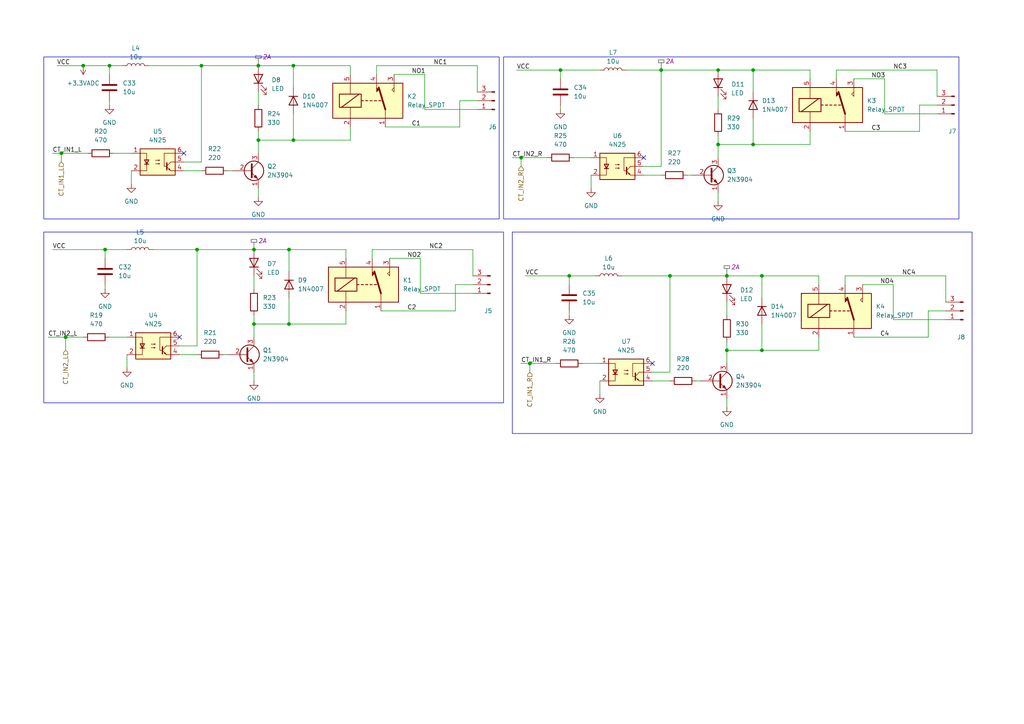
<source format=kicad_sch>
(kicad_sch (version 20230121) (generator eeschema)

  (uuid 49398daf-1f53-449b-b15a-120bd90840c1)

  (paper "A4")

  (lib_symbols
    (symbol "Connector:Conn_01x03_Pin" (pin_names (offset 1.016) hide) (in_bom yes) (on_board yes)
      (property "Reference" "J" (at 0 5.08 0)
        (effects (font (size 1.27 1.27)))
      )
      (property "Value" "Conn_01x03_Pin" (at 0 -5.08 0)
        (effects (font (size 1.27 1.27)))
      )
      (property "Footprint" "" (at 0 0 0)
        (effects (font (size 1.27 1.27)) hide)
      )
      (property "Datasheet" "~" (at 0 0 0)
        (effects (font (size 1.27 1.27)) hide)
      )
      (property "ki_locked" "" (at 0 0 0)
        (effects (font (size 1.27 1.27)))
      )
      (property "ki_keywords" "connector" (at 0 0 0)
        (effects (font (size 1.27 1.27)) hide)
      )
      (property "ki_description" "Generic connector, single row, 01x03, script generated" (at 0 0 0)
        (effects (font (size 1.27 1.27)) hide)
      )
      (property "ki_fp_filters" "Connector*:*_1x??_*" (at 0 0 0)
        (effects (font (size 1.27 1.27)) hide)
      )
      (symbol "Conn_01x03_Pin_1_1"
        (polyline
          (pts
            (xy 1.27 -2.54)
            (xy 0.8636 -2.54)
          )
          (stroke (width 0.1524) (type default))
          (fill (type none))
        )
        (polyline
          (pts
            (xy 1.27 0)
            (xy 0.8636 0)
          )
          (stroke (width 0.1524) (type default))
          (fill (type none))
        )
        (polyline
          (pts
            (xy 1.27 2.54)
            (xy 0.8636 2.54)
          )
          (stroke (width 0.1524) (type default))
          (fill (type none))
        )
        (rectangle (start 0.8636 -2.413) (end 0 -2.667)
          (stroke (width 0.1524) (type default))
          (fill (type outline))
        )
        (rectangle (start 0.8636 0.127) (end 0 -0.127)
          (stroke (width 0.1524) (type default))
          (fill (type outline))
        )
        (rectangle (start 0.8636 2.667) (end 0 2.413)
          (stroke (width 0.1524) (type default))
          (fill (type outline))
        )
        (pin passive line (at 5.08 2.54 180) (length 3.81)
          (name "Pin_1" (effects (font (size 1.27 1.27))))
          (number "1" (effects (font (size 1.27 1.27))))
        )
        (pin passive line (at 5.08 0 180) (length 3.81)
          (name "Pin_2" (effects (font (size 1.27 1.27))))
          (number "2" (effects (font (size 1.27 1.27))))
        )
        (pin passive line (at 5.08 -2.54 180) (length 3.81)
          (name "Pin_3" (effects (font (size 1.27 1.27))))
          (number "3" (effects (font (size 1.27 1.27))))
        )
      )
    )
    (symbol "Device:C" (pin_numbers hide) (pin_names (offset 0.254)) (in_bom yes) (on_board yes)
      (property "Reference" "C" (at 0.635 2.54 0)
        (effects (font (size 1.27 1.27)) (justify left))
      )
      (property "Value" "C" (at 0.635 -2.54 0)
        (effects (font (size 1.27 1.27)) (justify left))
      )
      (property "Footprint" "" (at 0.9652 -3.81 0)
        (effects (font (size 1.27 1.27)) hide)
      )
      (property "Datasheet" "~" (at 0 0 0)
        (effects (font (size 1.27 1.27)) hide)
      )
      (property "ki_keywords" "cap capacitor" (at 0 0 0)
        (effects (font (size 1.27 1.27)) hide)
      )
      (property "ki_description" "Unpolarized capacitor" (at 0 0 0)
        (effects (font (size 1.27 1.27)) hide)
      )
      (property "ki_fp_filters" "C_*" (at 0 0 0)
        (effects (font (size 1.27 1.27)) hide)
      )
      (symbol "C_0_1"
        (polyline
          (pts
            (xy -2.032 -0.762)
            (xy 2.032 -0.762)
          )
          (stroke (width 0.508) (type default))
          (fill (type none))
        )
        (polyline
          (pts
            (xy -2.032 0.762)
            (xy 2.032 0.762)
          )
          (stroke (width 0.508) (type default))
          (fill (type none))
        )
      )
      (symbol "C_1_1"
        (pin passive line (at 0 3.81 270) (length 2.794)
          (name "~" (effects (font (size 1.27 1.27))))
          (number "1" (effects (font (size 1.27 1.27))))
        )
        (pin passive line (at 0 -3.81 90) (length 2.794)
          (name "~" (effects (font (size 1.27 1.27))))
          (number "2" (effects (font (size 1.27 1.27))))
        )
      )
    )
    (symbol "Device:L" (pin_numbers hide) (pin_names (offset 1.016) hide) (in_bom yes) (on_board yes)
      (property "Reference" "L" (at -1.27 0 90)
        (effects (font (size 1.27 1.27)))
      )
      (property "Value" "L" (at 1.905 0 90)
        (effects (font (size 1.27 1.27)))
      )
      (property "Footprint" "" (at 0 0 0)
        (effects (font (size 1.27 1.27)) hide)
      )
      (property "Datasheet" "~" (at 0 0 0)
        (effects (font (size 1.27 1.27)) hide)
      )
      (property "ki_keywords" "inductor choke coil reactor magnetic" (at 0 0 0)
        (effects (font (size 1.27 1.27)) hide)
      )
      (property "ki_description" "Inductor" (at 0 0 0)
        (effects (font (size 1.27 1.27)) hide)
      )
      (property "ki_fp_filters" "Choke_* *Coil* Inductor_* L_*" (at 0 0 0)
        (effects (font (size 1.27 1.27)) hide)
      )
      (symbol "L_0_1"
        (arc (start 0 -2.54) (mid 0.6323 -1.905) (end 0 -1.27)
          (stroke (width 0) (type default))
          (fill (type none))
        )
        (arc (start 0 -1.27) (mid 0.6323 -0.635) (end 0 0)
          (stroke (width 0) (type default))
          (fill (type none))
        )
        (arc (start 0 0) (mid 0.6323 0.635) (end 0 1.27)
          (stroke (width 0) (type default))
          (fill (type none))
        )
        (arc (start 0 1.27) (mid 0.6323 1.905) (end 0 2.54)
          (stroke (width 0) (type default))
          (fill (type none))
        )
      )
      (symbol "L_1_1"
        (pin passive line (at 0 3.81 270) (length 1.27)
          (name "1" (effects (font (size 1.27 1.27))))
          (number "1" (effects (font (size 1.27 1.27))))
        )
        (pin passive line (at 0 -3.81 90) (length 1.27)
          (name "2" (effects (font (size 1.27 1.27))))
          (number "2" (effects (font (size 1.27 1.27))))
        )
      )
    )
    (symbol "Device:LED" (pin_numbers hide) (pin_names (offset 1.016) hide) (in_bom yes) (on_board yes)
      (property "Reference" "D" (at 0 2.54 0)
        (effects (font (size 1.27 1.27)))
      )
      (property "Value" "LED" (at 0 -2.54 0)
        (effects (font (size 1.27 1.27)))
      )
      (property "Footprint" "" (at 0 0 0)
        (effects (font (size 1.27 1.27)) hide)
      )
      (property "Datasheet" "~" (at 0 0 0)
        (effects (font (size 1.27 1.27)) hide)
      )
      (property "ki_keywords" "LED diode" (at 0 0 0)
        (effects (font (size 1.27 1.27)) hide)
      )
      (property "ki_description" "Light emitting diode" (at 0 0 0)
        (effects (font (size 1.27 1.27)) hide)
      )
      (property "ki_fp_filters" "LED* LED_SMD:* LED_THT:*" (at 0 0 0)
        (effects (font (size 1.27 1.27)) hide)
      )
      (symbol "LED_0_1"
        (polyline
          (pts
            (xy -1.27 -1.27)
            (xy -1.27 1.27)
          )
          (stroke (width 0.254) (type default))
          (fill (type none))
        )
        (polyline
          (pts
            (xy -1.27 0)
            (xy 1.27 0)
          )
          (stroke (width 0) (type default))
          (fill (type none))
        )
        (polyline
          (pts
            (xy 1.27 -1.27)
            (xy 1.27 1.27)
            (xy -1.27 0)
            (xy 1.27 -1.27)
          )
          (stroke (width 0.254) (type default))
          (fill (type none))
        )
        (polyline
          (pts
            (xy -3.048 -0.762)
            (xy -4.572 -2.286)
            (xy -3.81 -2.286)
            (xy -4.572 -2.286)
            (xy -4.572 -1.524)
          )
          (stroke (width 0) (type default))
          (fill (type none))
        )
        (polyline
          (pts
            (xy -1.778 -0.762)
            (xy -3.302 -2.286)
            (xy -2.54 -2.286)
            (xy -3.302 -2.286)
            (xy -3.302 -1.524)
          )
          (stroke (width 0) (type default))
          (fill (type none))
        )
      )
      (symbol "LED_1_1"
        (pin passive line (at -3.81 0 0) (length 2.54)
          (name "K" (effects (font (size 1.27 1.27))))
          (number "1" (effects (font (size 1.27 1.27))))
        )
        (pin passive line (at 3.81 0 180) (length 2.54)
          (name "A" (effects (font (size 1.27 1.27))))
          (number "2" (effects (font (size 1.27 1.27))))
        )
      )
    )
    (symbol "Device:R" (pin_numbers hide) (pin_names (offset 0)) (in_bom yes) (on_board yes)
      (property "Reference" "R" (at 2.032 0 90)
        (effects (font (size 1.27 1.27)))
      )
      (property "Value" "R" (at 0 0 90)
        (effects (font (size 1.27 1.27)))
      )
      (property "Footprint" "" (at -1.778 0 90)
        (effects (font (size 1.27 1.27)) hide)
      )
      (property "Datasheet" "~" (at 0 0 0)
        (effects (font (size 1.27 1.27)) hide)
      )
      (property "ki_keywords" "R res resistor" (at 0 0 0)
        (effects (font (size 1.27 1.27)) hide)
      )
      (property "ki_description" "Resistor" (at 0 0 0)
        (effects (font (size 1.27 1.27)) hide)
      )
      (property "ki_fp_filters" "R_*" (at 0 0 0)
        (effects (font (size 1.27 1.27)) hide)
      )
      (symbol "R_0_1"
        (rectangle (start -1.016 -2.54) (end 1.016 2.54)
          (stroke (width 0.254) (type default))
          (fill (type none))
        )
      )
      (symbol "R_1_1"
        (pin passive line (at 0 3.81 270) (length 1.27)
          (name "~" (effects (font (size 1.27 1.27))))
          (number "1" (effects (font (size 1.27 1.27))))
        )
        (pin passive line (at 0 -3.81 90) (length 1.27)
          (name "~" (effects (font (size 1.27 1.27))))
          (number "2" (effects (font (size 1.27 1.27))))
        )
      )
    )
    (symbol "Diode:1N4007" (pin_numbers hide) (pin_names hide) (in_bom yes) (on_board yes)
      (property "Reference" "D" (at 0 2.54 0)
        (effects (font (size 1.27 1.27)))
      )
      (property "Value" "1N4007" (at 0 -2.54 0)
        (effects (font (size 1.27 1.27)))
      )
      (property "Footprint" "Diode_THT:D_DO-41_SOD81_P10.16mm_Horizontal" (at 0 -4.445 0)
        (effects (font (size 1.27 1.27)) hide)
      )
      (property "Datasheet" "http://www.vishay.com/docs/88503/1n4001.pdf" (at 0 0 0)
        (effects (font (size 1.27 1.27)) hide)
      )
      (property "Sim.Device" "D" (at 0 0 0)
        (effects (font (size 1.27 1.27)) hide)
      )
      (property "Sim.Pins" "1=K 2=A" (at 0 0 0)
        (effects (font (size 1.27 1.27)) hide)
      )
      (property "ki_keywords" "diode" (at 0 0 0)
        (effects (font (size 1.27 1.27)) hide)
      )
      (property "ki_description" "1000V 1A General Purpose Rectifier Diode, DO-41" (at 0 0 0)
        (effects (font (size 1.27 1.27)) hide)
      )
      (property "ki_fp_filters" "D*DO?41*" (at 0 0 0)
        (effects (font (size 1.27 1.27)) hide)
      )
      (symbol "1N4007_0_1"
        (polyline
          (pts
            (xy -1.27 1.27)
            (xy -1.27 -1.27)
          )
          (stroke (width 0.254) (type default))
          (fill (type none))
        )
        (polyline
          (pts
            (xy 1.27 0)
            (xy -1.27 0)
          )
          (stroke (width 0) (type default))
          (fill (type none))
        )
        (polyline
          (pts
            (xy 1.27 1.27)
            (xy 1.27 -1.27)
            (xy -1.27 0)
            (xy 1.27 1.27)
          )
          (stroke (width 0.254) (type default))
          (fill (type none))
        )
      )
      (symbol "1N4007_1_1"
        (pin passive line (at -3.81 0 0) (length 2.54)
          (name "K" (effects (font (size 1.27 1.27))))
          (number "1" (effects (font (size 1.27 1.27))))
        )
        (pin passive line (at 3.81 0 180) (length 2.54)
          (name "A" (effects (font (size 1.27 1.27))))
          (number "2" (effects (font (size 1.27 1.27))))
        )
      )
    )
    (symbol "Isolator:4N25" (pin_names (offset 1.016)) (in_bom yes) (on_board yes)
      (property "Reference" "U" (at -5.08 5.08 0)
        (effects (font (size 1.27 1.27)) (justify left))
      )
      (property "Value" "4N25" (at 0 5.08 0)
        (effects (font (size 1.27 1.27)) (justify left))
      )
      (property "Footprint" "Package_DIP:DIP-6_W7.62mm" (at -5.08 -5.08 0)
        (effects (font (size 1.27 1.27) italic) (justify left) hide)
      )
      (property "Datasheet" "https://www.vishay.com/docs/83725/4n25.pdf" (at 0 0 0)
        (effects (font (size 1.27 1.27)) (justify left) hide)
      )
      (property "ki_keywords" "NPN DC Optocoupler Base Connected" (at 0 0 0)
        (effects (font (size 1.27 1.27)) hide)
      )
      (property "ki_description" "DC Optocoupler Base Connected, Vce 30V, CTR 20%, Viso 2500V, DIP6" (at 0 0 0)
        (effects (font (size 1.27 1.27)) hide)
      )
      (property "ki_fp_filters" "DIP*W7.62mm*" (at 0 0 0)
        (effects (font (size 1.27 1.27)) hide)
      )
      (symbol "4N25_0_1"
        (rectangle (start -5.08 3.81) (end 5.08 -3.81)
          (stroke (width 0.254) (type default))
          (fill (type background))
        )
        (polyline
          (pts
            (xy -3.81 -0.635)
            (xy -2.54 -0.635)
          )
          (stroke (width 0.254) (type default))
          (fill (type none))
        )
        (polyline
          (pts
            (xy 2.667 -1.397)
            (xy 3.81 -2.54)
          )
          (stroke (width 0) (type default))
          (fill (type none))
        )
        (polyline
          (pts
            (xy 2.667 -1.143)
            (xy 3.81 0)
          )
          (stroke (width 0) (type default))
          (fill (type none))
        )
        (polyline
          (pts
            (xy 3.81 -2.54)
            (xy 5.08 -2.54)
          )
          (stroke (width 0) (type default))
          (fill (type none))
        )
        (polyline
          (pts
            (xy 3.81 0)
            (xy 5.08 0)
          )
          (stroke (width 0) (type default))
          (fill (type none))
        )
        (polyline
          (pts
            (xy 2.667 -0.254)
            (xy 2.667 -2.286)
            (xy 2.667 -2.286)
          )
          (stroke (width 0.3556) (type default))
          (fill (type none))
        )
        (polyline
          (pts
            (xy -5.08 -2.54)
            (xy -3.175 -2.54)
            (xy -3.175 2.54)
            (xy -5.08 2.54)
          )
          (stroke (width 0) (type default))
          (fill (type none))
        )
        (polyline
          (pts
            (xy -3.175 -0.635)
            (xy -3.81 0.635)
            (xy -2.54 0.635)
            (xy -3.175 -0.635)
          )
          (stroke (width 0.254) (type default))
          (fill (type none))
        )
        (polyline
          (pts
            (xy 3.683 -2.413)
            (xy 3.429 -1.905)
            (xy 3.175 -2.159)
            (xy 3.683 -2.413)
          )
          (stroke (width 0) (type default))
          (fill (type none))
        )
        (polyline
          (pts
            (xy 5.08 2.54)
            (xy 1.905 2.54)
            (xy 1.905 -1.27)
            (xy 2.54 -1.27)
          )
          (stroke (width 0) (type default))
          (fill (type none))
        )
        (polyline
          (pts
            (xy -0.635 -0.508)
            (xy 0.635 -0.508)
            (xy 0.254 -0.635)
            (xy 0.254 -0.381)
            (xy 0.635 -0.508)
          )
          (stroke (width 0) (type default))
          (fill (type none))
        )
        (polyline
          (pts
            (xy -0.635 0.508)
            (xy 0.635 0.508)
            (xy 0.254 0.381)
            (xy 0.254 0.635)
            (xy 0.635 0.508)
          )
          (stroke (width 0) (type default))
          (fill (type none))
        )
      )
      (symbol "4N25_1_1"
        (pin passive line (at -7.62 2.54 0) (length 2.54)
          (name "~" (effects (font (size 1.27 1.27))))
          (number "1" (effects (font (size 1.27 1.27))))
        )
        (pin passive line (at -7.62 -2.54 0) (length 2.54)
          (name "~" (effects (font (size 1.27 1.27))))
          (number "2" (effects (font (size 1.27 1.27))))
        )
        (pin no_connect line (at -5.08 0 0) (length 2.54) hide
          (name "NC" (effects (font (size 1.27 1.27))))
          (number "3" (effects (font (size 1.27 1.27))))
        )
        (pin passive line (at 7.62 -2.54 180) (length 2.54)
          (name "~" (effects (font (size 1.27 1.27))))
          (number "4" (effects (font (size 1.27 1.27))))
        )
        (pin passive line (at 7.62 0 180) (length 2.54)
          (name "~" (effects (font (size 1.27 1.27))))
          (number "5" (effects (font (size 1.27 1.27))))
        )
        (pin passive line (at 7.62 2.54 180) (length 2.54)
          (name "~" (effects (font (size 1.27 1.27))))
          (number "6" (effects (font (size 1.27 1.27))))
        )
      )
    )
    (symbol "Relay:SANYOU_SRD_Form_C" (in_bom yes) (on_board yes)
      (property "Reference" "K" (at 11.43 3.81 0)
        (effects (font (size 1.27 1.27)) (justify left))
      )
      (property "Value" "SANYOU_SRD_Form_C" (at 11.43 1.27 0)
        (effects (font (size 1.27 1.27)) (justify left))
      )
      (property "Footprint" "Relay_THT:Relay_SPDT_SANYOU_SRD_Series_Form_C" (at 11.43 -1.27 0)
        (effects (font (size 1.27 1.27)) (justify left) hide)
      )
      (property "Datasheet" "http://www.sanyourelay.ca/public/products/pdf/SRD.pdf" (at 0 0 0)
        (effects (font (size 1.27 1.27)) hide)
      )
      (property "ki_keywords" "Single Pole Relay SPDT" (at 0 0 0)
        (effects (font (size 1.27 1.27)) hide)
      )
      (property "ki_description" "Sanyo SRD relay, Single Pole Miniature Power Relay," (at 0 0 0)
        (effects (font (size 1.27 1.27)) hide)
      )
      (property "ki_fp_filters" "Relay*SPDT*SANYOU*SRD*Series*Form*C*" (at 0 0 0)
        (effects (font (size 1.27 1.27)) hide)
      )
      (symbol "SANYOU_SRD_Form_C_0_0"
        (polyline
          (pts
            (xy 7.62 5.08)
            (xy 7.62 2.54)
            (xy 6.985 3.175)
            (xy 7.62 3.81)
          )
          (stroke (width 0) (type default))
          (fill (type none))
        )
      )
      (symbol "SANYOU_SRD_Form_C_0_1"
        (rectangle (start -10.16 5.08) (end 10.16 -5.08)
          (stroke (width 0.254) (type default))
          (fill (type background))
        )
        (rectangle (start -8.255 1.905) (end -1.905 -1.905)
          (stroke (width 0.254) (type default))
          (fill (type none))
        )
        (polyline
          (pts
            (xy -7.62 -1.905)
            (xy -2.54 1.905)
          )
          (stroke (width 0.254) (type default))
          (fill (type none))
        )
        (polyline
          (pts
            (xy -5.08 -5.08)
            (xy -5.08 -1.905)
          )
          (stroke (width 0) (type default))
          (fill (type none))
        )
        (polyline
          (pts
            (xy -5.08 5.08)
            (xy -5.08 1.905)
          )
          (stroke (width 0) (type default))
          (fill (type none))
        )
        (polyline
          (pts
            (xy -1.905 0)
            (xy -1.27 0)
          )
          (stroke (width 0.254) (type default))
          (fill (type none))
        )
        (polyline
          (pts
            (xy -0.635 0)
            (xy 0 0)
          )
          (stroke (width 0.254) (type default))
          (fill (type none))
        )
        (polyline
          (pts
            (xy 0.635 0)
            (xy 1.27 0)
          )
          (stroke (width 0.254) (type default))
          (fill (type none))
        )
        (polyline
          (pts
            (xy 1.905 0)
            (xy 2.54 0)
          )
          (stroke (width 0.254) (type default))
          (fill (type none))
        )
        (polyline
          (pts
            (xy 3.175 0)
            (xy 3.81 0)
          )
          (stroke (width 0.254) (type default))
          (fill (type none))
        )
        (polyline
          (pts
            (xy 5.08 -2.54)
            (xy 3.175 3.81)
          )
          (stroke (width 0.508) (type default))
          (fill (type none))
        )
        (polyline
          (pts
            (xy 5.08 -2.54)
            (xy 5.08 -5.08)
          )
          (stroke (width 0) (type default))
          (fill (type none))
        )
      )
      (symbol "SANYOU_SRD_Form_C_1_1"
        (polyline
          (pts
            (xy 2.54 3.81)
            (xy 3.175 3.175)
            (xy 2.54 2.54)
            (xy 2.54 5.08)
          )
          (stroke (width 0) (type default))
          (fill (type outline))
        )
        (pin passive line (at 5.08 -7.62 90) (length 2.54)
          (name "~" (effects (font (size 1.27 1.27))))
          (number "1" (effects (font (size 1.27 1.27))))
        )
        (pin passive line (at -5.08 -7.62 90) (length 2.54)
          (name "~" (effects (font (size 1.27 1.27))))
          (number "2" (effects (font (size 1.27 1.27))))
        )
        (pin passive line (at 7.62 7.62 270) (length 2.54)
          (name "~" (effects (font (size 1.27 1.27))))
          (number "3" (effects (font (size 1.27 1.27))))
        )
        (pin passive line (at 2.54 7.62 270) (length 2.54)
          (name "~" (effects (font (size 1.27 1.27))))
          (number "4" (effects (font (size 1.27 1.27))))
        )
        (pin passive line (at -5.08 7.62 270) (length 2.54)
          (name "~" (effects (font (size 1.27 1.27))))
          (number "5" (effects (font (size 1.27 1.27))))
        )
      )
    )
    (symbol "Transistor_BJT:2N3904" (pin_names (offset 0) hide) (in_bom yes) (on_board yes)
      (property "Reference" "Q" (at 5.08 1.905 0)
        (effects (font (size 1.27 1.27)) (justify left))
      )
      (property "Value" "2N3904" (at 5.08 0 0)
        (effects (font (size 1.27 1.27)) (justify left))
      )
      (property "Footprint" "Package_TO_SOT_THT:TO-92_Inline" (at 5.08 -1.905 0)
        (effects (font (size 1.27 1.27) italic) (justify left) hide)
      )
      (property "Datasheet" "https://www.onsemi.com/pub/Collateral/2N3903-D.PDF" (at 0 0 0)
        (effects (font (size 1.27 1.27)) (justify left) hide)
      )
      (property "ki_keywords" "NPN Transistor" (at 0 0 0)
        (effects (font (size 1.27 1.27)) hide)
      )
      (property "ki_description" "0.2A Ic, 40V Vce, Small Signal NPN Transistor, TO-92" (at 0 0 0)
        (effects (font (size 1.27 1.27)) hide)
      )
      (property "ki_fp_filters" "TO?92*" (at 0 0 0)
        (effects (font (size 1.27 1.27)) hide)
      )
      (symbol "2N3904_0_1"
        (polyline
          (pts
            (xy 0.635 0.635)
            (xy 2.54 2.54)
          )
          (stroke (width 0) (type default))
          (fill (type none))
        )
        (polyline
          (pts
            (xy 0.635 -0.635)
            (xy 2.54 -2.54)
            (xy 2.54 -2.54)
          )
          (stroke (width 0) (type default))
          (fill (type none))
        )
        (polyline
          (pts
            (xy 0.635 1.905)
            (xy 0.635 -1.905)
            (xy 0.635 -1.905)
          )
          (stroke (width 0.508) (type default))
          (fill (type none))
        )
        (polyline
          (pts
            (xy 1.27 -1.778)
            (xy 1.778 -1.27)
            (xy 2.286 -2.286)
            (xy 1.27 -1.778)
            (xy 1.27 -1.778)
          )
          (stroke (width 0) (type default))
          (fill (type outline))
        )
        (circle (center 1.27 0) (radius 2.8194)
          (stroke (width 0.254) (type default))
          (fill (type none))
        )
      )
      (symbol "2N3904_1_1"
        (pin passive line (at 2.54 -5.08 90) (length 2.54)
          (name "E" (effects (font (size 1.27 1.27))))
          (number "1" (effects (font (size 1.27 1.27))))
        )
        (pin passive line (at -5.08 0 0) (length 5.715)
          (name "B" (effects (font (size 1.27 1.27))))
          (number "2" (effects (font (size 1.27 1.27))))
        )
        (pin passive line (at 2.54 5.08 270) (length 2.54)
          (name "C" (effects (font (size 1.27 1.27))))
          (number "3" (effects (font (size 1.27 1.27))))
        )
      )
    )
    (symbol "power:+3.3VADC" (power) (pin_names (offset 0)) (in_bom yes) (on_board yes)
      (property "Reference" "#PWR" (at 3.81 -1.27 0)
        (effects (font (size 1.27 1.27)) hide)
      )
      (property "Value" "+3.3VADC" (at 0 2.54 0)
        (effects (font (size 1.27 1.27)))
      )
      (property "Footprint" "" (at 0 0 0)
        (effects (font (size 1.27 1.27)) hide)
      )
      (property "Datasheet" "" (at 0 0 0)
        (effects (font (size 1.27 1.27)) hide)
      )
      (property "ki_keywords" "global power" (at 0 0 0)
        (effects (font (size 1.27 1.27)) hide)
      )
      (property "ki_description" "Power symbol creates a global label with name \"+3.3VADC\"" (at 0 0 0)
        (effects (font (size 1.27 1.27)) hide)
      )
      (symbol "+3.3VADC_0_0"
        (pin power_in line (at 0 0 90) (length 0) hide
          (name "+3.3VADC" (effects (font (size 1.27 1.27))))
          (number "1" (effects (font (size 1.27 1.27))))
        )
      )
      (symbol "+3.3VADC_0_1"
        (polyline
          (pts
            (xy -0.762 1.27)
            (xy 0 2.54)
          )
          (stroke (width 0) (type default))
          (fill (type none))
        )
        (polyline
          (pts
            (xy 0 0)
            (xy 0 2.54)
          )
          (stroke (width 0) (type default))
          (fill (type none))
        )
        (polyline
          (pts
            (xy 0 2.54)
            (xy 0.762 1.27)
          )
          (stroke (width 0) (type default))
          (fill (type none))
        )
      )
    )
    (symbol "power:GND" (power) (pin_names (offset 0)) (in_bom yes) (on_board yes)
      (property "Reference" "#PWR" (at 0 -6.35 0)
        (effects (font (size 1.27 1.27)) hide)
      )
      (property "Value" "GND" (at 0 -3.81 0)
        (effects (font (size 1.27 1.27)))
      )
      (property "Footprint" "" (at 0 0 0)
        (effects (font (size 1.27 1.27)) hide)
      )
      (property "Datasheet" "" (at 0 0 0)
        (effects (font (size 1.27 1.27)) hide)
      )
      (property "ki_keywords" "global power" (at 0 0 0)
        (effects (font (size 1.27 1.27)) hide)
      )
      (property "ki_description" "Power symbol creates a global label with name \"GND\" , ground" (at 0 0 0)
        (effects (font (size 1.27 1.27)) hide)
      )
      (symbol "GND_0_1"
        (polyline
          (pts
            (xy 0 0)
            (xy 0 -1.27)
            (xy 1.27 -1.27)
            (xy 0 -2.54)
            (xy -1.27 -1.27)
            (xy 0 -1.27)
          )
          (stroke (width 0) (type default))
          (fill (type none))
        )
      )
      (symbol "GND_1_1"
        (pin power_in line (at 0 0 270) (length 0) hide
          (name "GND" (effects (font (size 1.27 1.27))))
          (number "1" (effects (font (size 1.27 1.27))))
        )
      )
    )
  )

  (junction (at 30.48 72.39) (diameter 0) (color 0 0 0 0)
    (uuid 07204357-f4a0-414a-bb51-1d3e0c7ba965)
  )
  (junction (at 85.09 19.05) (diameter 0) (color 0 0 0 0)
    (uuid 2434d98d-9f35-460d-aa36-c7724ead8acc)
  )
  (junction (at 73.66 72.39) (diameter 0) (color 0 0 0 0)
    (uuid 2c99251a-67e7-46b3-972c-5b936226db55)
  )
  (junction (at 24.13 19.05) (diameter 0) (color 0 0 0 0)
    (uuid 34705476-0a66-4e66-9818-4904b671312b)
  )
  (junction (at 210.82 101.6) (diameter 0) (color 0 0 0 0)
    (uuid 35254f59-c7ae-4ac1-bf54-ebc56054bfc6)
  )
  (junction (at 31.75 19.05) (diameter 0) (color 0 0 0 0)
    (uuid 60fda9c6-8972-43d0-bf07-1e71a9e2025e)
  )
  (junction (at 208.28 41.91) (diameter 0) (color 0 0 0 0)
    (uuid 67006fed-575f-4c1f-9e06-ee22fbc64786)
  )
  (junction (at 151.13 45.72) (diameter 0) (color 0 0 0 0)
    (uuid 696da1ba-1c26-4092-b9b8-9b39eb4dd50b)
  )
  (junction (at 83.82 72.39) (diameter 0) (color 0 0 0 0)
    (uuid 7143c3e6-40ad-45f9-890a-aab2744df39d)
  )
  (junction (at 208.28 20.32) (diameter 0) (color 0 0 0 0)
    (uuid 715dd455-d166-4f57-b0ed-ed9effed4963)
  )
  (junction (at 83.82 93.98) (diameter 0) (color 0 0 0 0)
    (uuid 74621c75-ba6b-42a3-ac50-1df739b4c199)
  )
  (junction (at 19.05 97.79) (diameter 0) (color 0 0 0 0)
    (uuid 7ac3d10c-790e-45c5-83d6-e7e07a705b05)
  )
  (junction (at 165.1 80.01) (diameter 0) (color 0 0 0 0)
    (uuid 8db5d36d-26d3-415c-b1fb-0861188ddad5)
  )
  (junction (at 57.15 72.39) (diameter 0) (color 0 0 0 0)
    (uuid 94839c09-3024-4ba9-8d7f-107cda9cd771)
  )
  (junction (at 85.09 40.64) (diameter 0) (color 0 0 0 0)
    (uuid 9a25874d-6e08-46eb-b9f6-c4e5c4e66e64)
  )
  (junction (at 218.44 20.32) (diameter 0) (color 0 0 0 0)
    (uuid 9d6832d5-f41e-4209-9695-ef087e40d12f)
  )
  (junction (at 220.98 80.01) (diameter 0) (color 0 0 0 0)
    (uuid 9f2fff81-6bc2-4f6a-b15b-5be05e3fce09)
  )
  (junction (at 191.77 20.32) (diameter 0) (color 0 0 0 0)
    (uuid a77933a3-6626-4225-811c-b1db1ffa20e4)
  )
  (junction (at 218.44 41.91) (diameter 0) (color 0 0 0 0)
    (uuid a78c5282-1ea6-48a7-86b9-2ed764f3e04d)
  )
  (junction (at 210.82 80.01) (diameter 0) (color 0 0 0 0)
    (uuid ba99aa4a-bed4-40a4-bd04-63dde780fce4)
  )
  (junction (at 220.98 101.6) (diameter 0) (color 0 0 0 0)
    (uuid bfb7fc60-b307-4da7-8b42-7a7f6e6febbf)
  )
  (junction (at 17.78 44.45) (diameter 0) (color 0 0 0 0)
    (uuid c1a4603b-2f79-45e9-ab4a-71d61a999121)
  )
  (junction (at 74.93 19.05) (diameter 0) (color 0 0 0 0)
    (uuid c269a701-85d0-4577-ac74-01762036261b)
  )
  (junction (at 58.42 19.05) (diameter 0) (color 0 0 0 0)
    (uuid c28178f6-72ad-468e-8553-d0278f4a614c)
  )
  (junction (at 73.66 93.98) (diameter 0) (color 0 0 0 0)
    (uuid c7e8fb84-9889-4f4f-aa80-88140d8dc9ba)
  )
  (junction (at 153.67 105.41) (diameter 0) (color 0 0 0 0)
    (uuid ccb3d4d6-64e0-4022-b638-d2166be852c0)
  )
  (junction (at 194.31 80.01) (diameter 0) (color 0 0 0 0)
    (uuid cfdf2f7e-6967-4770-8843-3d8dc555a811)
  )
  (junction (at 162.56 20.32) (diameter 0) (color 0 0 0 0)
    (uuid df96e5f9-2f5b-470a-9581-9cc9092e01c6)
  )
  (junction (at 74.93 40.64) (diameter 0) (color 0 0 0 0)
    (uuid fe6f7770-6344-42b0-aa0c-a49f5722bbfe)
  )

  (no_connect (at 189.23 105.41) (uuid 10468566-14e9-4130-9671-461b79c29fba))
  (no_connect (at 52.07 97.79) (uuid 3f63baba-a810-450e-8862-eba6caf0cec4))
  (no_connect (at 53.34 44.45) (uuid cce2ea31-bbb6-415e-a12a-e876786314db))
  (no_connect (at 186.69 45.72) (uuid d74480b0-6d60-438a-aa6f-8e9551f40fa3))

  (wire (pts (xy 73.66 80.01) (xy 73.66 83.82))
    (stroke (width 0) (type default))
    (uuid 00540146-4555-47cb-bedc-9adeebcca6eb)
  )
  (wire (pts (xy 53.34 46.99) (xy 58.42 46.99))
    (stroke (width 0) (type default))
    (uuid 05114dc5-e441-4daa-aac7-f7ec24ea33ab)
  )
  (wire (pts (xy 107.95 74.93) (xy 107.95 72.39))
    (stroke (width 0) (type default))
    (uuid 0574d0e7-3c1a-464b-8f9a-018eb56cd12c)
  )
  (wire (pts (xy 74.93 40.64) (xy 74.93 44.45))
    (stroke (width 0) (type default))
    (uuid 060e0e6a-3ad5-4f96-ad75-2a30b53b3a54)
  )
  (wire (pts (xy 245.11 80.01) (xy 274.32 80.01))
    (stroke (width 0) (type default))
    (uuid 0b800bb2-a0c0-4588-83e4-a1ac2c5c19fd)
  )
  (wire (pts (xy 83.82 93.98) (xy 73.66 93.98))
    (stroke (width 0) (type default))
    (uuid 0bfcbca4-8774-4450-9517-60f9ddc38552)
  )
  (wire (pts (xy 269.24 90.17) (xy 274.32 90.17))
    (stroke (width 0) (type default))
    (uuid 0d29f9a7-3829-4f0c-801f-0fb2fea46629)
  )
  (wire (pts (xy 256.54 33.02) (xy 271.78 33.02))
    (stroke (width 0) (type default))
    (uuid 103fc60b-a532-4c2d-97ea-fb2007a664e3)
  )
  (wire (pts (xy 165.1 90.17) (xy 165.1 91.44))
    (stroke (width 0) (type default))
    (uuid 10b1b17d-e798-4efa-8ca3-3b8e6e7b2d26)
  )
  (wire (pts (xy 17.78 44.45) (xy 25.4 44.45))
    (stroke (width 0) (type default))
    (uuid 121ed0df-3e6b-4794-bb97-bb75e6bfc8ab)
  )
  (wire (pts (xy 58.42 19.05) (xy 74.93 19.05))
    (stroke (width 0) (type default))
    (uuid 13ff6e66-3221-420c-a05d-a7e96f999bf5)
  )
  (wire (pts (xy 271.78 20.32) (xy 271.78 27.94))
    (stroke (width 0) (type default))
    (uuid 14411dad-a3ae-4c5a-b141-04b5af6c8f6d)
  )
  (wire (pts (xy 237.49 97.79) (xy 237.49 101.6))
    (stroke (width 0) (type default))
    (uuid 1457f304-7438-4abf-99ab-9d5563f58c12)
  )
  (wire (pts (xy 191.77 20.32) (xy 208.28 20.32))
    (stroke (width 0) (type default))
    (uuid 14692dbc-4b14-46ce-8dfe-fae2ea31250e)
  )
  (wire (pts (xy 19.05 97.79) (xy 24.13 97.79))
    (stroke (width 0) (type default))
    (uuid 15161b0c-6e2e-445e-9064-ced3bf14b971)
  )
  (wire (pts (xy 237.49 82.55) (xy 237.49 80.01))
    (stroke (width 0) (type default))
    (uuid 174c90fa-06cd-44ef-8cac-917eaf4249f9)
  )
  (wire (pts (xy 15.24 72.39) (xy 30.48 72.39))
    (stroke (width 0) (type default))
    (uuid 1a2d4519-f795-46ee-b230-1309e7186f86)
  )
  (wire (pts (xy 201.93 110.49) (xy 203.2 110.49))
    (stroke (width 0) (type default))
    (uuid 1a46a971-0fa4-4c1c-be98-ae711348f84d)
  )
  (wire (pts (xy 111.76 36.83) (xy 133.35 36.83))
    (stroke (width 0) (type default))
    (uuid 1ae5e282-bcb8-403f-b598-2cd4381e0318)
  )
  (wire (pts (xy 234.95 38.1) (xy 234.95 41.91))
    (stroke (width 0) (type default))
    (uuid 1cb02b9d-f715-475e-8140-19181fa46249)
  )
  (wire (pts (xy 101.6 36.83) (xy 101.6 40.64))
    (stroke (width 0) (type default))
    (uuid 1cee9901-cd5c-48c3-976a-1721193b4367)
  )
  (wire (pts (xy 133.35 36.83) (xy 133.35 29.21))
    (stroke (width 0) (type default))
    (uuid 1e2e1519-cf2d-4bb0-922c-2e5e29e8dfb8)
  )
  (wire (pts (xy 100.33 72.39) (xy 83.82 72.39))
    (stroke (width 0) (type default))
    (uuid 20d527b2-9fb8-456c-b9fa-59123a5b7f95)
  )
  (wire (pts (xy 242.57 20.32) (xy 271.78 20.32))
    (stroke (width 0) (type default))
    (uuid 2373d29d-791b-4ffa-aa39-e6a2fcd53421)
  )
  (wire (pts (xy 247.65 22.86) (xy 256.54 22.86))
    (stroke (width 0) (type default))
    (uuid 2658b87b-9602-4d4d-9c6e-5aab1597015d)
  )
  (wire (pts (xy 259.08 82.55) (xy 259.08 92.71))
    (stroke (width 0) (type default))
    (uuid 27a78652-db8a-4462-aa22-425f95f9d1d9)
  )
  (wire (pts (xy 162.56 30.48) (xy 162.56 31.75))
    (stroke (width 0) (type default))
    (uuid 2ac0cedc-c92f-45b6-bd27-970e3bbc9450)
  )
  (wire (pts (xy 148.59 45.72) (xy 151.13 45.72))
    (stroke (width 0) (type default))
    (uuid 2c0c4a05-f982-4d41-81d6-28bd4ea4a5a8)
  )
  (wire (pts (xy 85.09 25.4) (xy 85.09 19.05))
    (stroke (width 0) (type default))
    (uuid 2c5a6b4a-33fc-4d23-a5fe-31bef4e05aa5)
  )
  (wire (pts (xy 83.82 78.74) (xy 83.82 72.39))
    (stroke (width 0) (type default))
    (uuid 2eabab6e-44e1-4ee2-a988-a7c152a49b43)
  )
  (wire (pts (xy 83.82 86.36) (xy 83.82 93.98))
    (stroke (width 0) (type default))
    (uuid 3058b674-61ee-423f-8405-9be85a225494)
  )
  (wire (pts (xy 73.66 107.95) (xy 73.66 110.49))
    (stroke (width 0) (type default))
    (uuid 33da3d40-3fd2-48e2-a209-ac7cdb5b8cb3)
  )
  (wire (pts (xy 16.51 19.05) (xy 24.13 19.05))
    (stroke (width 0) (type default))
    (uuid 34f565e2-04fa-4c37-b09a-cc3c3b94dffd)
  )
  (wire (pts (xy 52.07 100.33) (xy 57.15 100.33))
    (stroke (width 0) (type default))
    (uuid 38824d9b-78c9-46b3-a29e-3e93684ed564)
  )
  (wire (pts (xy 189.23 110.49) (xy 194.31 110.49))
    (stroke (width 0) (type default))
    (uuid 39998842-1f82-4ee0-a965-68919f673f16)
  )
  (wire (pts (xy 100.33 90.17) (xy 100.33 93.98))
    (stroke (width 0) (type default))
    (uuid 3a80d880-5431-44e4-a622-236174fa0675)
  )
  (wire (pts (xy 121.92 85.09) (xy 137.16 85.09))
    (stroke (width 0) (type default))
    (uuid 3af81706-5bf6-44b2-8ff3-42795f96af38)
  )
  (wire (pts (xy 73.66 93.98) (xy 73.66 97.79))
    (stroke (width 0) (type default))
    (uuid 3c6c7381-0c55-43d6-aed7-ad4af41ea6b2)
  )
  (wire (pts (xy 181.61 20.32) (xy 191.77 20.32))
    (stroke (width 0) (type default))
    (uuid 3d23846c-54a2-407c-b194-39993fdfb20f)
  )
  (wire (pts (xy 19.05 97.79) (xy 19.05 101.6))
    (stroke (width 0) (type default))
    (uuid 3e4abdcb-77d8-400c-ab76-5e6891c21dbc)
  )
  (wire (pts (xy 151.13 45.72) (xy 151.13 48.26))
    (stroke (width 0) (type default))
    (uuid 401a45d2-4a03-4752-9848-a5e544985f4e)
  )
  (wire (pts (xy 74.93 26.67) (xy 74.93 30.48))
    (stroke (width 0) (type default))
    (uuid 4048df50-3868-434c-9410-72dbdc69d078)
  )
  (wire (pts (xy 210.82 87.63) (xy 210.82 91.44))
    (stroke (width 0) (type default))
    (uuid 47cd20ec-31cf-44df-ab57-9f4e601b8071)
  )
  (wire (pts (xy 151.13 105.41) (xy 153.67 105.41))
    (stroke (width 0) (type default))
    (uuid 4a49219d-440b-451d-b9e0-a7b93dec5c90)
  )
  (wire (pts (xy 208.28 41.91) (xy 208.28 45.72))
    (stroke (width 0) (type default))
    (uuid 4a72df2d-888d-4cff-a56a-9c4670097195)
  )
  (wire (pts (xy 259.08 92.71) (xy 274.32 92.71))
    (stroke (width 0) (type default))
    (uuid 4ac449ab-694c-4207-b0bc-c332957083ce)
  )
  (wire (pts (xy 218.44 41.91) (xy 208.28 41.91))
    (stroke (width 0) (type default))
    (uuid 4c34e199-b37f-4f8e-8e67-a182bd67c0c7)
  )
  (wire (pts (xy 132.08 82.55) (xy 137.16 82.55))
    (stroke (width 0) (type default))
    (uuid 4d18bfb1-908f-42a1-a1d3-21b1fac3d3aa)
  )
  (wire (pts (xy 218.44 26.67) (xy 218.44 20.32))
    (stroke (width 0) (type default))
    (uuid 50e652fe-0e56-41c1-b8fb-c6125347ff12)
  )
  (wire (pts (xy 31.75 19.05) (xy 31.75 21.59))
    (stroke (width 0) (type default))
    (uuid 5174fb49-7507-467b-948b-866dc12a6ee9)
  )
  (wire (pts (xy 168.91 105.41) (xy 173.99 105.41))
    (stroke (width 0) (type default))
    (uuid 52154a3d-684e-4181-94f4-5c238ed32477)
  )
  (wire (pts (xy 210.82 101.6) (xy 210.82 105.41))
    (stroke (width 0) (type default))
    (uuid 54a525b6-96a7-4f46-87f3-e6c6301b0857)
  )
  (wire (pts (xy 132.08 90.17) (xy 132.08 82.55))
    (stroke (width 0) (type default))
    (uuid 558789af-63c7-4208-8588-fd43db07f86d)
  )
  (wire (pts (xy 113.03 74.93) (xy 121.92 74.93))
    (stroke (width 0) (type default))
    (uuid 55ac74e8-7530-4896-b938-2c68ba52c7e7)
  )
  (wire (pts (xy 85.09 33.02) (xy 85.09 40.64))
    (stroke (width 0) (type default))
    (uuid 56455040-8587-489f-8f08-fb7f55148e26)
  )
  (wire (pts (xy 110.49 90.17) (xy 132.08 90.17))
    (stroke (width 0) (type default))
    (uuid 586380e8-9688-41eb-9e8e-7fc6c38865a5)
  )
  (wire (pts (xy 266.7 38.1) (xy 266.7 30.48))
    (stroke (width 0) (type default))
    (uuid 5924902d-e588-4657-9278-a4e19eb6b01e)
  )
  (wire (pts (xy 210.82 80.01) (xy 220.98 80.01))
    (stroke (width 0) (type default))
    (uuid 5bb8ab87-ba3b-42b2-9f1b-3608876b38b1)
  )
  (wire (pts (xy 137.16 72.39) (xy 137.16 80.01))
    (stroke (width 0) (type default))
    (uuid 5d5a5df8-8468-41c1-bd49-ed640dc78d36)
  )
  (wire (pts (xy 31.75 97.79) (xy 36.83 97.79))
    (stroke (width 0) (type default))
    (uuid 5de6e3f0-a673-4e4f-b675-793e6b9ad333)
  )
  (wire (pts (xy 165.1 80.01) (xy 165.1 82.55))
    (stroke (width 0) (type default))
    (uuid 5e4f91c1-0cd0-40db-8f42-3bea17db5612)
  )
  (wire (pts (xy 162.56 20.32) (xy 173.99 20.32))
    (stroke (width 0) (type default))
    (uuid 60c52418-37d0-4f5a-9ec0-d920b32f7e50)
  )
  (wire (pts (xy 220.98 93.98) (xy 220.98 101.6))
    (stroke (width 0) (type default))
    (uuid 62da779e-7297-4ae0-b00b-109c58dabccf)
  )
  (wire (pts (xy 30.48 82.55) (xy 30.48 83.82))
    (stroke (width 0) (type default))
    (uuid 6336a25c-b0fe-449f-8bd9-56891f1bd16b)
  )
  (wire (pts (xy 151.13 45.72) (xy 158.75 45.72))
    (stroke (width 0) (type default))
    (uuid 65113ec4-a490-4337-95a4-73d1f7896b71)
  )
  (wire (pts (xy 208.28 41.91) (xy 208.28 39.37))
    (stroke (width 0) (type default))
    (uuid 66dce243-01af-417e-bb80-e73a825b09c9)
  )
  (wire (pts (xy 30.48 72.39) (xy 36.83 72.39))
    (stroke (width 0) (type default))
    (uuid 69c6ce9e-cb44-4313-a786-0e3744007eae)
  )
  (wire (pts (xy 191.77 20.32) (xy 191.77 48.26))
    (stroke (width 0) (type default))
    (uuid 6ad2639d-1521-49aa-9383-3790ea9b839c)
  )
  (wire (pts (xy 269.24 97.79) (xy 269.24 90.17))
    (stroke (width 0) (type default))
    (uuid 6ca8e15a-d69b-4196-b213-09db09823791)
  )
  (wire (pts (xy 242.57 22.86) (xy 242.57 20.32))
    (stroke (width 0) (type default))
    (uuid 6cc582c4-072f-4e3a-b0ef-2ccc9bea7c24)
  )
  (wire (pts (xy 180.34 80.01) (xy 194.31 80.01))
    (stroke (width 0) (type default))
    (uuid 7287484f-a934-4112-aecb-76ae88407f42)
  )
  (wire (pts (xy 210.82 115.57) (xy 210.82 118.11))
    (stroke (width 0) (type default))
    (uuid 72d8f004-8072-40fd-8a48-b3954d33705d)
  )
  (wire (pts (xy 166.37 45.72) (xy 171.45 45.72))
    (stroke (width 0) (type default))
    (uuid 73415b60-214e-4f43-98cb-bbc2f6ca5557)
  )
  (wire (pts (xy 266.7 30.48) (xy 271.78 30.48))
    (stroke (width 0) (type default))
    (uuid 7823a3f9-201f-4723-ad66-fa07b21f6452)
  )
  (wire (pts (xy 114.3 21.59) (xy 123.19 21.59))
    (stroke (width 0) (type default))
    (uuid 79baaba5-9769-4da0-85e9-95192c19c353)
  )
  (wire (pts (xy 66.04 49.53) (xy 67.31 49.53))
    (stroke (width 0) (type default))
    (uuid 79f4be02-0b9b-46c5-8dcd-b9aa5a22ca70)
  )
  (wire (pts (xy 220.98 86.36) (xy 220.98 80.01))
    (stroke (width 0) (type default))
    (uuid 7bb4901f-9f8d-411f-8b82-4664cd2818c2)
  )
  (wire (pts (xy 123.19 31.75) (xy 138.43 31.75))
    (stroke (width 0) (type default))
    (uuid 7bd8d731-ac70-4f9b-b06b-4d4a3e10a650)
  )
  (wire (pts (xy 73.66 93.98) (xy 73.66 91.44))
    (stroke (width 0) (type default))
    (uuid 7d16fa16-57d4-4111-a6f6-4d32c2809e11)
  )
  (wire (pts (xy 109.22 21.59) (xy 109.22 19.05))
    (stroke (width 0) (type default))
    (uuid 7db5c83c-1ab8-4b38-b635-17f36c06dcd5)
  )
  (wire (pts (xy 53.34 49.53) (xy 58.42 49.53))
    (stroke (width 0) (type default))
    (uuid 82e9c53b-c02c-4809-8af1-a153d59e76e8)
  )
  (wire (pts (xy 100.33 74.93) (xy 100.33 72.39))
    (stroke (width 0) (type default))
    (uuid 82f5b0da-34d5-4b2b-9db5-fe689157c10e)
  )
  (wire (pts (xy 57.15 72.39) (xy 57.15 100.33))
    (stroke (width 0) (type default))
    (uuid 83d0e981-ef83-4ca0-83da-f7be806c5384)
  )
  (wire (pts (xy 24.13 19.05) (xy 31.75 19.05))
    (stroke (width 0) (type default))
    (uuid 85ba98cf-374b-416d-875f-9261e79549f5)
  )
  (wire (pts (xy 234.95 22.86) (xy 234.95 20.32))
    (stroke (width 0) (type default))
    (uuid 86947f0f-3bf7-4597-9393-d96e50e1b0a5)
  )
  (wire (pts (xy 107.95 72.39) (xy 137.16 72.39))
    (stroke (width 0) (type default))
    (uuid 875c5f4b-8307-4d93-a8db-7ac03d00846a)
  )
  (wire (pts (xy 256.54 22.86) (xy 256.54 33.02))
    (stroke (width 0) (type default))
    (uuid 88022464-f567-479c-adcf-dc123d7e259b)
  )
  (wire (pts (xy 218.44 34.29) (xy 218.44 41.91))
    (stroke (width 0) (type default))
    (uuid 8804b3f8-332e-4da1-95bf-be877c75bf67)
  )
  (wire (pts (xy 234.95 41.91) (xy 218.44 41.91))
    (stroke (width 0) (type default))
    (uuid 88445035-10ae-4109-97bc-996b97fbf278)
  )
  (wire (pts (xy 44.45 72.39) (xy 57.15 72.39))
    (stroke (width 0) (type default))
    (uuid 8f261292-af37-41df-8915-6c5b930c45e7)
  )
  (wire (pts (xy 208.28 27.94) (xy 208.28 31.75))
    (stroke (width 0) (type default))
    (uuid 913c2bb1-689a-4990-907e-98b60fae6c02)
  )
  (wire (pts (xy 194.31 80.01) (xy 194.31 107.95))
    (stroke (width 0) (type default))
    (uuid 93e4f0e3-6926-4d4e-877b-0fd1d3ce1fc4)
  )
  (wire (pts (xy 186.69 48.26) (xy 191.77 48.26))
    (stroke (width 0) (type default))
    (uuid 9447444e-544a-4c1d-95bd-b09eeea6447d)
  )
  (wire (pts (xy 43.18 19.05) (xy 58.42 19.05))
    (stroke (width 0) (type default))
    (uuid 944b95c8-0f4c-4f01-a097-c7ca90f65523)
  )
  (wire (pts (xy 74.93 19.05) (xy 85.09 19.05))
    (stroke (width 0) (type default))
    (uuid 969111b2-946b-4041-a1f5-7e5c10789e41)
  )
  (wire (pts (xy 13.97 97.79) (xy 19.05 97.79))
    (stroke (width 0) (type default))
    (uuid 9812e2f3-8d68-4c3a-ab71-0a5e303f2e70)
  )
  (wire (pts (xy 247.65 97.79) (xy 269.24 97.79))
    (stroke (width 0) (type default))
    (uuid 9bdf0c7f-9392-4db9-8683-31a3b8571848)
  )
  (wire (pts (xy 208.28 20.32) (xy 218.44 20.32))
    (stroke (width 0) (type default))
    (uuid 9d121ce4-266c-4bdd-bedd-98a6884d9bc1)
  )
  (wire (pts (xy 52.07 102.87) (xy 57.15 102.87))
    (stroke (width 0) (type default))
    (uuid a066be6b-2c76-4b54-a41f-01f11d4419e5)
  )
  (wire (pts (xy 101.6 19.05) (xy 85.09 19.05))
    (stroke (width 0) (type default))
    (uuid a129e02c-562a-4a7b-a728-b8e179a685b7)
  )
  (wire (pts (xy 74.93 40.64) (xy 74.93 38.1))
    (stroke (width 0) (type default))
    (uuid a2c30612-e00d-4f50-b21d-01cb81eaafa3)
  )
  (wire (pts (xy 57.15 72.39) (xy 73.66 72.39))
    (stroke (width 0) (type default))
    (uuid a35ed5d1-7562-481f-ac8d-6c05bcc8c6b5)
  )
  (wire (pts (xy 165.1 80.01) (xy 172.72 80.01))
    (stroke (width 0) (type default))
    (uuid a5618bfd-29fe-4328-ba55-34f4ea8481de)
  )
  (wire (pts (xy 15.24 44.45) (xy 17.78 44.45))
    (stroke (width 0) (type default))
    (uuid a8d8dad2-9ced-4b14-b5fb-34f3464612fc)
  )
  (wire (pts (xy 208.28 55.88) (xy 208.28 58.42))
    (stroke (width 0) (type default))
    (uuid aacde707-cd5f-4be2-90ab-f990f0ea9e19)
  )
  (wire (pts (xy 100.33 93.98) (xy 83.82 93.98))
    (stroke (width 0) (type default))
    (uuid abf45bd5-a824-4cf7-802a-73bf9cde3afa)
  )
  (wire (pts (xy 30.48 72.39) (xy 30.48 74.93))
    (stroke (width 0) (type default))
    (uuid b3560a81-af75-4679-852a-edb694973aa9)
  )
  (wire (pts (xy 73.66 72.39) (xy 83.82 72.39))
    (stroke (width 0) (type default))
    (uuid b4838cf5-2aae-4608-9fc0-416e6333ee43)
  )
  (wire (pts (xy 189.23 107.95) (xy 194.31 107.95))
    (stroke (width 0) (type default))
    (uuid b4c9f912-e1c7-49b2-b4fd-b9852be2b23a)
  )
  (wire (pts (xy 133.35 29.21) (xy 138.43 29.21))
    (stroke (width 0) (type default))
    (uuid b641ed52-2da1-4ce3-9190-36485d5f0d24)
  )
  (wire (pts (xy 138.43 19.05) (xy 138.43 26.67))
    (stroke (width 0) (type default))
    (uuid b8b572d9-304c-40e3-b605-230acc4f7917)
  )
  (wire (pts (xy 274.32 80.01) (xy 274.32 87.63))
    (stroke (width 0) (type default))
    (uuid be5257f5-fb20-4387-b5a8-3dddf3ac75a3)
  )
  (wire (pts (xy 149.86 20.32) (xy 162.56 20.32))
    (stroke (width 0) (type default))
    (uuid bfd15ba4-2282-48eb-9e5a-8872031f91ab)
  )
  (wire (pts (xy 237.49 80.01) (xy 220.98 80.01))
    (stroke (width 0) (type default))
    (uuid c2fce0b0-8272-4768-93b6-bce02b1820b1)
  )
  (wire (pts (xy 245.11 82.55) (xy 245.11 80.01))
    (stroke (width 0) (type default))
    (uuid c3a63dbd-d5ad-47b2-a40c-d5c82af5cd70)
  )
  (wire (pts (xy 186.69 50.8) (xy 191.77 50.8))
    (stroke (width 0) (type default))
    (uuid c50d6262-0da2-47fb-8f57-cff69a2d0497)
  )
  (wire (pts (xy 101.6 21.59) (xy 101.6 19.05))
    (stroke (width 0) (type default))
    (uuid c56fb12e-153d-4753-9197-0220101b2150)
  )
  (wire (pts (xy 210.82 101.6) (xy 210.82 99.06))
    (stroke (width 0) (type default))
    (uuid c5e2e177-dfd2-4bbc-913a-07bac60648a7)
  )
  (wire (pts (xy 194.31 80.01) (xy 210.82 80.01))
    (stroke (width 0) (type default))
    (uuid ca899211-f22a-4adb-89b2-ff25be56bbe8)
  )
  (wire (pts (xy 245.11 38.1) (xy 266.7 38.1))
    (stroke (width 0) (type default))
    (uuid cae9a3dc-d34d-4c63-a7d3-5d9c22d23320)
  )
  (wire (pts (xy 64.77 102.87) (xy 66.04 102.87))
    (stroke (width 0) (type default))
    (uuid cb441837-5f0c-4efb-88f7-8b887714c1a6)
  )
  (wire (pts (xy 237.49 101.6) (xy 220.98 101.6))
    (stroke (width 0) (type default))
    (uuid cd2b4d60-1ffc-49a5-8905-d57aeb17b211)
  )
  (wire (pts (xy 153.67 105.41) (xy 153.67 107.95))
    (stroke (width 0) (type default))
    (uuid cd340205-95c1-4784-8ac4-96fe79ddf949)
  )
  (wire (pts (xy 58.42 19.05) (xy 58.42 46.99))
    (stroke (width 0) (type default))
    (uuid ce25fd3d-2c6f-4255-89fe-c8a8733c4127)
  )
  (wire (pts (xy 31.75 19.05) (xy 35.56 19.05))
    (stroke (width 0) (type default))
    (uuid d29ca219-b6d7-4c75-bd3b-4123b234e310)
  )
  (wire (pts (xy 162.56 20.32) (xy 162.56 22.86))
    (stroke (width 0) (type default))
    (uuid d3031be9-0d10-4e34-bb1b-dfb00901bd56)
  )
  (wire (pts (xy 220.98 101.6) (xy 210.82 101.6))
    (stroke (width 0) (type default))
    (uuid d33f887f-f169-4ee2-9bfb-8b2570e7fe0a)
  )
  (wire (pts (xy 85.09 40.64) (xy 74.93 40.64))
    (stroke (width 0) (type default))
    (uuid d9d80663-97af-45e8-896e-31a8d9298a7c)
  )
  (wire (pts (xy 31.75 29.21) (xy 31.75 30.48))
    (stroke (width 0) (type default))
    (uuid dde3e141-5045-41e2-830a-9df94420dd1e)
  )
  (wire (pts (xy 101.6 40.64) (xy 85.09 40.64))
    (stroke (width 0) (type default))
    (uuid dfca2386-5406-4993-b600-74a9faf3f970)
  )
  (wire (pts (xy 171.45 50.8) (xy 171.45 54.61))
    (stroke (width 0) (type default))
    (uuid e086a2b2-7f49-421b-b80a-f61e28207132)
  )
  (wire (pts (xy 38.1 49.53) (xy 38.1 53.34))
    (stroke (width 0) (type default))
    (uuid e26ace2c-3d12-43eb-aac2-e6d5424d7f76)
  )
  (wire (pts (xy 17.78 44.45) (xy 17.78 46.99))
    (stroke (width 0) (type default))
    (uuid e2f33233-b345-49ec-ac2a-eab524caede3)
  )
  (wire (pts (xy 173.99 110.49) (xy 173.99 114.3))
    (stroke (width 0) (type default))
    (uuid e5add1b4-49b9-4aa0-86bb-24df03e7532f)
  )
  (wire (pts (xy 152.4 80.01) (xy 165.1 80.01))
    (stroke (width 0) (type default))
    (uuid e780122e-bc62-49c1-bb78-c5008277edb1)
  )
  (wire (pts (xy 36.83 102.87) (xy 36.83 106.68))
    (stroke (width 0) (type default))
    (uuid ef69fa05-feae-46a6-bff2-a9e04adfbdb2)
  )
  (wire (pts (xy 74.93 54.61) (xy 74.93 57.15))
    (stroke (width 0) (type default))
    (uuid efc62e5f-c90f-4c52-9696-52058dc64032)
  )
  (wire (pts (xy 250.19 82.55) (xy 259.08 82.55))
    (stroke (width 0) (type default))
    (uuid f1592288-a653-468c-aea0-b6bfb03885e8)
  )
  (wire (pts (xy 234.95 20.32) (xy 218.44 20.32))
    (stroke (width 0) (type default))
    (uuid f3abd743-2221-4f74-a9fc-214f02ef3746)
  )
  (wire (pts (xy 153.67 105.41) (xy 161.29 105.41))
    (stroke (width 0) (type default))
    (uuid f679a26a-abe1-4f81-83d6-ab33cae6d05c)
  )
  (wire (pts (xy 123.19 21.59) (xy 123.19 31.75))
    (stroke (width 0) (type default))
    (uuid f7d16178-3732-453b-bb36-289340307cc0)
  )
  (wire (pts (xy 199.39 50.8) (xy 200.66 50.8))
    (stroke (width 0) (type default))
    (uuid fcd9a9c1-dada-4206-ae58-0f97f90af9c5)
  )
  (wire (pts (xy 121.92 74.93) (xy 121.92 85.09))
    (stroke (width 0) (type default))
    (uuid fd6f23d3-e78d-4dc9-b585-2eb1d260b664)
  )
  (wire (pts (xy 109.22 19.05) (xy 138.43 19.05))
    (stroke (width 0) (type default))
    (uuid fd9602b2-31b7-4c65-a7df-181bc27eddfd)
  )
  (wire (pts (xy 33.02 44.45) (xy 38.1 44.45))
    (stroke (width 0) (type default))
    (uuid fe1da7f7-f819-4e83-afc7-9d359fa84035)
  )

  (rectangle (start 146.05 16.51) (end 278.13 63.5)
    (stroke (width 0) (type default))
    (fill (type none))
    (uuid 29b1861c-4071-45cd-ada8-8dca5ebffe92)
  )
  (rectangle (start 12.7 16.51) (end 144.78 63.5)
    (stroke (width 0) (type default))
    (fill (type none))
    (uuid 44242429-73d0-4e75-ab91-9b577d7b8aa8)
  )
  (rectangle (start 12.7 67.31) (end 146.05 116.84)
    (stroke (width 0) (type default))
    (fill (type none))
    (uuid 62449287-bf10-4883-9cdd-a8d91ab57786)
  )
  (rectangle (start 148.59 67.31) (end 281.94 125.73)
    (stroke (width 0) (type default))
    (fill (type none))
    (uuid 8457175d-5541-4dd8-a5ab-cf4adcbed11f)
  )

  (label "NO2" (at 118.11 74.93 0) (fields_autoplaced)
    (effects (font (size 1.27 1.27)) (justify left bottom))
    (uuid 14c4e249-3932-49f0-a276-6b13ad7a6ab9)
  )
  (label "C1" (at 119.38 36.83 0) (fields_autoplaced)
    (effects (font (size 1.27 1.27)) (justify left bottom))
    (uuid 2010965a-6d14-4d67-9613-c0cb05bc79eb)
  )
  (label "NO4" (at 255.27 82.55 0) (fields_autoplaced)
    (effects (font (size 1.27 1.27)) (justify left bottom))
    (uuid 213d05bc-2bf1-427d-94a4-9162cb8ed317)
  )
  (label "VCC" (at 16.51 19.05 0) (fields_autoplaced)
    (effects (font (size 1.27 1.27)) (justify left bottom))
    (uuid 2e30b138-ac9c-461f-bdb0-7e15f53f7eef)
  )
  (label "NC2" (at 124.46 72.39 0) (fields_autoplaced)
    (effects (font (size 1.27 1.27)) (justify left bottom))
    (uuid 345aab72-7c01-4d4e-a048-67f3be07f754)
  )
  (label "VCC" (at 149.86 20.32 0) (fields_autoplaced)
    (effects (font (size 1.27 1.27)) (justify left bottom))
    (uuid 37540c60-3702-4b8c-847f-12fdcc41c0cd)
  )
  (label "C3" (at 252.73 38.1 0) (fields_autoplaced)
    (effects (font (size 1.27 1.27)) (justify left bottom))
    (uuid 6b48ca12-736e-4b26-ade0-e4a23be7e733)
  )
  (label "CT_IN1_L" (at 15.24 44.45 0) (fields_autoplaced)
    (effects (font (size 1.27 1.27)) (justify left bottom))
    (uuid 6c5966f6-87a4-4903-80e8-59c056a8f069)
  )
  (label "VCC" (at 15.24 72.39 0) (fields_autoplaced)
    (effects (font (size 1.27 1.27)) (justify left bottom))
    (uuid 6c5a9992-145a-4708-8886-3b981aefb054)
  )
  (label "NC3" (at 259.08 20.32 0) (fields_autoplaced)
    (effects (font (size 1.27 1.27)) (justify left bottom))
    (uuid 6d6c04f0-5a35-4986-b9e8-3cb91cf32ac1)
  )
  (label "CT_IN2_R" (at 148.59 45.72 0) (fields_autoplaced)
    (effects (font (size 1.27 1.27)) (justify left bottom))
    (uuid 6f2b8cdd-f912-4ef4-b67e-b86b32fe03b2)
  )
  (label "C2" (at 118.11 90.17 0) (fields_autoplaced)
    (effects (font (size 1.27 1.27)) (justify left bottom))
    (uuid 756d4045-a69d-4b9a-b86b-2b34ed383f5d)
  )
  (label "CT_IN2_L" (at 13.97 97.79 0) (fields_autoplaced)
    (effects (font (size 1.27 1.27)) (justify left bottom))
    (uuid 7a545595-6099-44e7-ab32-a4d32e2e8293)
  )
  (label "NC4" (at 261.62 80.01 0) (fields_autoplaced)
    (effects (font (size 1.27 1.27)) (justify left bottom))
    (uuid 974f6f44-c6ca-45c9-b4e4-994314f5fc62)
  )
  (label "CT_IN1_R" (at 151.13 105.41 0) (fields_autoplaced)
    (effects (font (size 1.27 1.27)) (justify left bottom))
    (uuid a8cdca10-884f-4f96-a7fb-2b3b4dfb607e)
  )
  (label "VCC" (at 152.4 80.01 0) (fields_autoplaced)
    (effects (font (size 1.27 1.27)) (justify left bottom))
    (uuid b12ccb4f-aebf-4afd-af4b-882ac03c8c17)
  )
  (label "NO1" (at 119.38 21.59 0) (fields_autoplaced)
    (effects (font (size 1.27 1.27)) (justify left bottom))
    (uuid cac3573d-7214-4d02-830c-506baa549cc0)
  )
  (label "NO3" (at 252.73 22.86 0) (fields_autoplaced)
    (effects (font (size 1.27 1.27)) (justify left bottom))
    (uuid cdee1a72-3b5b-47a6-a7c7-5448f7a8a1a9)
  )
  (label "C4" (at 255.27 97.79 0) (fields_autoplaced)
    (effects (font (size 1.27 1.27)) (justify left bottom))
    (uuid d479f00c-bc85-4b41-ade4-5ca840871e3b)
  )
  (label "NC1" (at 125.73 19.05 0) (fields_autoplaced)
    (effects (font (size 1.27 1.27)) (justify left bottom))
    (uuid de27ea74-62e7-4272-acf0-1bbb0a5aa5b2)
  )

  (hierarchical_label "CT_IN1_L" (shape input) (at 17.78 46.99 270) (fields_autoplaced)
    (effects (font (size 1.27 1.27)) (justify right))
    (uuid 396ba7d1-2644-4a97-8ead-b74163e124d7)
  )
  (hierarchical_label "CT_IN1_R" (shape input) (at 153.67 107.95 270) (fields_autoplaced)
    (effects (font (size 1.27 1.27)) (justify right))
    (uuid 62bdf9ef-c86f-4550-8cc7-02dcb94eeaeb)
  )
  (hierarchical_label "CT_IN2_L" (shape input) (at 19.05 101.6 270) (fields_autoplaced)
    (effects (font (size 1.27 1.27)) (justify right))
    (uuid 86436372-d6df-4c07-8c81-1564cc989803)
  )
  (hierarchical_label "CT_IN2_R" (shape input) (at 151.13 48.26 270) (fields_autoplaced)
    (effects (font (size 1.27 1.27)) (justify right))
    (uuid ba59af31-4c97-4949-98dc-f3e14dbdf05b)
  )

  (netclass_flag "" (length 2.54) (shape rectangle) (at 74.93 19.05 0) (fields_autoplaced)
    (effects (font (size 1.27 1.27)) (justify left bottom))
    (uuid 105b54ee-b633-489c-a3e7-91c57b0d7928)
    (property "Netclass" "2A" (at 76.1365 16.51 0)
      (effects (font (size 1.27 1.27) italic) (justify left))
    )
  )
  (netclass_flag "" (length 2.54) (shape rectangle) (at 191.77 20.32 0) (fields_autoplaced)
    (effects (font (size 1.27 1.27)) (justify left bottom))
    (uuid 401232dc-cc0d-4a73-acfc-56de650fb900)
    (property "Netclass" "2A" (at 192.9765 17.78 0)
      (effects (font (size 1.27 1.27) italic) (justify left))
    )
  )
  (netclass_flag "" (length 2.54) (shape rectangle) (at 210.82 80.01 0) (fields_autoplaced)
    (effects (font (size 1.27 1.27)) (justify left bottom))
    (uuid 9247fc34-3108-47de-85cb-644598cabe27)
    (property "Netclass" "2A" (at 212.0265 77.47 0)
      (effects (font (size 1.27 1.27) italic) (justify left))
    )
  )
  (netclass_flag "" (length 2.54) (shape rectangle) (at 73.66 72.39 0) (fields_autoplaced)
    (effects (font (size 1.27 1.27)) (justify left bottom))
    (uuid ed03642b-0781-45ee-80f2-4831f910baeb)
    (property "Netclass" "2A" (at 74.8665 69.85 0)
      (effects (font (size 1.27 1.27) italic) (justify left))
    )
  )

  (symbol (lib_id "Device:R") (at 210.82 95.25 180) (unit 1)
    (in_bom yes) (on_board yes) (dnp no) (fields_autoplaced)
    (uuid 00263262-dfc2-446e-8d8f-74dc80b87b2e)
    (property "Reference" "R30" (at 213.36 93.98 0)
      (effects (font (size 1.27 1.27)) (justify right))
    )
    (property "Value" "330" (at 213.36 96.52 0)
      (effects (font (size 1.27 1.27)) (justify right))
    )
    (property "Footprint" "Resistor_SMD:R_0603_1608Metric" (at 212.598 95.25 90)
      (effects (font (size 1.27 1.27)) hide)
    )
    (property "Datasheet" "~" (at 210.82 95.25 0)
      (effects (font (size 1.27 1.27)) hide)
    )
    (pin "1" (uuid dc3ff8a6-81cb-444e-ab47-4fa4a6677893))
    (pin "2" (uuid 42b76b6e-1475-4a56-87bd-ed7a1fa6fae3))
    (instances
      (project "LoadController"
        (path "/8b26b071-6d20-4c0c-9c0f-ae0c3d2c6e7d/f445ee41-8248-4592-ac54-c47e36c0bbc8"
          (reference "R30") (unit 1)
        )
      )
    )
  )

  (symbol (lib_id "Connector:Conn_01x03_Pin") (at 276.86 30.48 180) (unit 1)
    (in_bom yes) (on_board yes) (dnp no)
    (uuid 058b84d6-964e-4a99-a3b5-11165aa80842)
    (property "Reference" "J7" (at 276.225 38.1 0)
      (effects (font (size 1.27 1.27)))
    )
    (property "Value" "Conn_01x03_Pin" (at 276.225 35.56 0)
      (effects (font (size 1.27 1.27)) hide)
    )
    (property "Footprint" "Connector_Phoenix_MC_HighVoltage:PhoenixContact_MC_1,5_3-G-5.08_1x03_P5.08mm_Horizontal" (at 276.86 30.48 0)
      (effects (font (size 1.27 1.27)) hide)
    )
    (property "Datasheet" "~" (at 276.86 30.48 0)
      (effects (font (size 1.27 1.27)) hide)
    )
    (pin "2" (uuid b8448021-37cf-4181-b7eb-b8b4e48ed882))
    (pin "3" (uuid 423747c4-cac9-4131-8662-c0cdc4f4bf8a))
    (pin "1" (uuid c27afc66-0484-45f6-aefe-44bb5d80c67d))
    (instances
      (project "LoadController"
        (path "/8b26b071-6d20-4c0c-9c0f-ae0c3d2c6e7d/f445ee41-8248-4592-ac54-c47e36c0bbc8"
          (reference "J7") (unit 1)
        )
      )
    )
  )

  (symbol (lib_id "Device:LED") (at 73.66 76.2 90) (unit 1)
    (in_bom yes) (on_board yes) (dnp no) (fields_autoplaced)
    (uuid 098b55e6-5cec-430a-9ddf-a991e12f7410)
    (property "Reference" "D7" (at 77.47 76.5175 90)
      (effects (font (size 1.27 1.27)) (justify right))
    )
    (property "Value" "LED" (at 77.47 79.0575 90)
      (effects (font (size 1.27 1.27)) (justify right))
    )
    (property "Footprint" "LED_SMD:LED_0603_1608Metric" (at 73.66 76.2 0)
      (effects (font (size 1.27 1.27)) hide)
    )
    (property "Datasheet" "~" (at 73.66 76.2 0)
      (effects (font (size 1.27 1.27)) hide)
    )
    (pin "2" (uuid e8c6e7e6-86cc-4978-8bb4-4d6eac2acd23))
    (pin "1" (uuid 4886d5b5-86dd-4184-9343-831d135ffb17))
    (instances
      (project "LoadController"
        (path "/8b26b071-6d20-4c0c-9c0f-ae0c3d2c6e7d/f445ee41-8248-4592-ac54-c47e36c0bbc8"
          (reference "D7") (unit 1)
        )
      )
    )
  )

  (symbol (lib_id "power:GND") (at 165.1 91.44 0) (unit 1)
    (in_bom yes) (on_board yes) (dnp no) (fields_autoplaced)
    (uuid 0c9bc844-0a63-43fd-a59b-180ed57ce4ea)
    (property "Reference" "#PWR055" (at 165.1 97.79 0)
      (effects (font (size 1.27 1.27)) hide)
    )
    (property "Value" "GND" (at 165.1 96.52 0)
      (effects (font (size 1.27 1.27)))
    )
    (property "Footprint" "" (at 165.1 91.44 0)
      (effects (font (size 1.27 1.27)) hide)
    )
    (property "Datasheet" "" (at 165.1 91.44 0)
      (effects (font (size 1.27 1.27)) hide)
    )
    (pin "1" (uuid 59a33cff-222a-4853-bf73-ae772455a955))
    (instances
      (project "LoadController"
        (path "/8b26b071-6d20-4c0c-9c0f-ae0c3d2c6e7d/f445ee41-8248-4592-ac54-c47e36c0bbc8"
          (reference "#PWR055") (unit 1)
        )
      )
    )
  )

  (symbol (lib_id "Device:C") (at 162.56 26.67 0) (unit 1)
    (in_bom yes) (on_board yes) (dnp no) (fields_autoplaced)
    (uuid 1674d9ec-9bf4-4842-a385-137f135defa7)
    (property "Reference" "C34" (at 166.37 25.4 0)
      (effects (font (size 1.27 1.27)) (justify left))
    )
    (property "Value" "10u" (at 166.37 27.94 0)
      (effects (font (size 1.27 1.27)) (justify left))
    )
    (property "Footprint" "Capacitor_Tantalum_SMD:CP_EIA-1608-10_AVX-L" (at 163.5252 30.48 0)
      (effects (font (size 1.27 1.27)) hide)
    )
    (property "Datasheet" "~" (at 162.56 26.67 0)
      (effects (font (size 1.27 1.27)) hide)
    )
    (pin "2" (uuid 32670ea7-b171-46f2-95f8-28923d8e7a32))
    (pin "1" (uuid 864ac3b1-30e1-4877-b9a1-f374fd36c142))
    (instances
      (project "LoadController"
        (path "/8b26b071-6d20-4c0c-9c0f-ae0c3d2c6e7d/f445ee41-8248-4592-ac54-c47e36c0bbc8"
          (reference "C34") (unit 1)
        )
      )
    )
  )

  (symbol (lib_id "Transistor_BJT:2N3904") (at 72.39 49.53 0) (unit 1)
    (in_bom yes) (on_board yes) (dnp no) (fields_autoplaced)
    (uuid 17f77e8b-0640-414a-874d-0c385b887e4e)
    (property "Reference" "Q2" (at 77.47 48.26 0)
      (effects (font (size 1.27 1.27)) (justify left))
    )
    (property "Value" "2N3904" (at 77.47 50.8 0)
      (effects (font (size 1.27 1.27)) (justify left))
    )
    (property "Footprint" "Package_TO_SOT_THT:TO-92_Inline" (at 77.47 51.435 0)
      (effects (font (size 1.27 1.27) italic) (justify left) hide)
    )
    (property "Datasheet" "https://www.onsemi.com/pub/Collateral/2N3903-D.PDF" (at 72.39 49.53 0)
      (effects (font (size 1.27 1.27)) (justify left) hide)
    )
    (pin "2" (uuid f6685847-a60a-4856-83ab-75e67f7d736a))
    (pin "1" (uuid fe3b2d46-f8fb-4720-86ea-b9b45f951b2d))
    (pin "3" (uuid f1d765dc-08e0-4de6-9fc0-c42ae0b12d5b))
    (instances
      (project "LoadController"
        (path "/8b26b071-6d20-4c0c-9c0f-ae0c3d2c6e7d/f445ee41-8248-4592-ac54-c47e36c0bbc8"
          (reference "Q2") (unit 1)
        )
      )
    )
  )

  (symbol (lib_id "Connector:Conn_01x03_Pin") (at 143.51 29.21 180) (unit 1)
    (in_bom yes) (on_board yes) (dnp no)
    (uuid 19efaaee-7df5-4236-ba7e-6878782680fb)
    (property "Reference" "J6" (at 142.875 36.83 0)
      (effects (font (size 1.27 1.27)))
    )
    (property "Value" "Conn_01x03_Pin" (at 142.875 34.29 0)
      (effects (font (size 1.27 1.27)) hide)
    )
    (property "Footprint" "Connector_Phoenix_MC_HighVoltage:PhoenixContact_MC_1,5_3-G-5.08_1x03_P5.08mm_Horizontal" (at 143.51 29.21 0)
      (effects (font (size 1.27 1.27)) hide)
    )
    (property "Datasheet" "~" (at 143.51 29.21 0)
      (effects (font (size 1.27 1.27)) hide)
    )
    (pin "2" (uuid 77255f96-fa29-4b1f-babc-db5592addc2e))
    (pin "3" (uuid c6fc6588-0ad1-40b2-b3ce-03595758846a))
    (pin "1" (uuid 05d693b4-8af0-46e6-b4d0-45cc4b17db2c))
    (instances
      (project "LoadController"
        (path "/8b26b071-6d20-4c0c-9c0f-ae0c3d2c6e7d/f445ee41-8248-4592-ac54-c47e36c0bbc8"
          (reference "J6") (unit 1)
        )
      )
    )
  )

  (symbol (lib_id "Device:R") (at 162.56 45.72 90) (unit 1)
    (in_bom yes) (on_board yes) (dnp no) (fields_autoplaced)
    (uuid 1eb9ba11-c44f-4d2e-9212-fbea4c7171d0)
    (property "Reference" "R25" (at 162.56 39.37 90)
      (effects (font (size 1.27 1.27)))
    )
    (property "Value" "470" (at 162.56 41.91 90)
      (effects (font (size 1.27 1.27)))
    )
    (property "Footprint" "Resistor_SMD:R_0603_1608Metric" (at 162.56 47.498 90)
      (effects (font (size 1.27 1.27)) hide)
    )
    (property "Datasheet" "~" (at 162.56 45.72 0)
      (effects (font (size 1.27 1.27)) hide)
    )
    (pin "1" (uuid 294f50da-8dd1-4186-8490-592e4ec15f96))
    (pin "2" (uuid 19ee531f-590f-4ecb-8a45-b6e41e34e9f1))
    (instances
      (project "LoadController"
        (path "/8b26b071-6d20-4c0c-9c0f-ae0c3d2c6e7d/f445ee41-8248-4592-ac54-c47e36c0bbc8"
          (reference "R25") (unit 1)
        )
      )
    )
  )

  (symbol (lib_id "power:GND") (at 210.82 118.11 0) (unit 1)
    (in_bom yes) (on_board yes) (dnp no) (fields_autoplaced)
    (uuid 1ff5501b-21d3-4fea-bb53-90a6a6c55ff7)
    (property "Reference" "#PWR059" (at 210.82 124.46 0)
      (effects (font (size 1.27 1.27)) hide)
    )
    (property "Value" "GND" (at 210.82 123.19 0)
      (effects (font (size 1.27 1.27)))
    )
    (property "Footprint" "" (at 210.82 118.11 0)
      (effects (font (size 1.27 1.27)) hide)
    )
    (property "Datasheet" "" (at 210.82 118.11 0)
      (effects (font (size 1.27 1.27)) hide)
    )
    (pin "1" (uuid 0c5a2b68-5ef4-4dd5-8271-57717657ddca))
    (instances
      (project "LoadController"
        (path "/8b26b071-6d20-4c0c-9c0f-ae0c3d2c6e7d/f445ee41-8248-4592-ac54-c47e36c0bbc8"
          (reference "#PWR059") (unit 1)
        )
      )
    )
  )

  (symbol (lib_id "Isolator:4N25") (at 44.45 100.33 0) (unit 1)
    (in_bom yes) (on_board yes) (dnp no) (fields_autoplaced)
    (uuid 24753049-672a-4c93-8acd-9d5939bcf960)
    (property "Reference" "U4" (at 44.45 91.44 0)
      (effects (font (size 1.27 1.27)))
    )
    (property "Value" "4N25" (at 44.45 93.98 0)
      (effects (font (size 1.27 1.27)))
    )
    (property "Footprint" "Package_DIP:DIP-6_W7.62mm" (at 39.37 105.41 0)
      (effects (font (size 1.27 1.27) italic) (justify left) hide)
    )
    (property "Datasheet" "https://www.vishay.com/docs/83725/4n25.pdf" (at 44.45 100.33 0)
      (effects (font (size 1.27 1.27)) (justify left) hide)
    )
    (pin "4" (uuid af9ef899-ae79-46c6-affa-0070338f6c3c))
    (pin "5" (uuid 8ae665b7-86e7-47b7-b78a-46614599c862))
    (pin "3" (uuid a7e1029b-6aa9-4840-9b2d-b8ce7f44bac8))
    (pin "6" (uuid 23a079af-fa10-4e07-8ecd-bb187573b74f))
    (pin "1" (uuid 19136a71-479f-4108-9e58-2622cdea5809))
    (pin "2" (uuid ea27d547-68d0-444f-8ff2-3b3145c0798f))
    (instances
      (project "LoadController"
        (path "/8b26b071-6d20-4c0c-9c0f-ae0c3d2c6e7d/f445ee41-8248-4592-ac54-c47e36c0bbc8"
          (reference "U4") (unit 1)
        )
      )
    )
  )

  (symbol (lib_id "Device:LED") (at 210.82 83.82 90) (unit 1)
    (in_bom yes) (on_board yes) (dnp no) (fields_autoplaced)
    (uuid 255e5081-4fc6-4190-b0c0-f5dc07e3e751)
    (property "Reference" "D12" (at 214.63 84.1375 90)
      (effects (font (size 1.27 1.27)) (justify right))
    )
    (property "Value" "LED" (at 214.63 86.6775 90)
      (effects (font (size 1.27 1.27)) (justify right))
    )
    (property "Footprint" "LED_SMD:LED_0603_1608Metric" (at 210.82 83.82 0)
      (effects (font (size 1.27 1.27)) hide)
    )
    (property "Datasheet" "~" (at 210.82 83.82 0)
      (effects (font (size 1.27 1.27)) hide)
    )
    (pin "2" (uuid 3fcd1210-3826-4430-b342-b8f524cfc67d))
    (pin "1" (uuid 92bb701a-8ea6-4852-9849-ecddd684cefa))
    (instances
      (project "LoadController"
        (path "/8b26b071-6d20-4c0c-9c0f-ae0c3d2c6e7d/f445ee41-8248-4592-ac54-c47e36c0bbc8"
          (reference "D12") (unit 1)
        )
      )
    )
  )

  (symbol (lib_id "power:+3.3VADC") (at 24.13 19.05 180) (unit 1)
    (in_bom yes) (on_board yes) (dnp no) (fields_autoplaced)
    (uuid 2749eaa0-e9b4-4d05-a647-fed6d9294906)
    (property "Reference" "#PWR047" (at 20.32 17.78 0)
      (effects (font (size 1.27 1.27)) hide)
    )
    (property "Value" "+3.3VADC" (at 24.13 24.13 0)
      (effects (font (size 1.27 1.27)))
    )
    (property "Footprint" "" (at 24.13 19.05 0)
      (effects (font (size 1.27 1.27)) hide)
    )
    (property "Datasheet" "" (at 24.13 19.05 0)
      (effects (font (size 1.27 1.27)) hide)
    )
    (pin "1" (uuid 8d2d577f-9d47-4272-b340-d5aa5bd344d3))
    (instances
      (project "LoadController"
        (path "/8b26b071-6d20-4c0c-9c0f-ae0c3d2c6e7d/f445ee41-8248-4592-ac54-c47e36c0bbc8"
          (reference "#PWR047") (unit 1)
        )
      )
    )
  )

  (symbol (lib_id "Device:C") (at 30.48 78.74 0) (unit 1)
    (in_bom yes) (on_board yes) (dnp no) (fields_autoplaced)
    (uuid 28d60a1e-334c-40fa-97be-dd781a947ec6)
    (property "Reference" "C32" (at 34.29 77.47 0)
      (effects (font (size 1.27 1.27)) (justify left))
    )
    (property "Value" "10u" (at 34.29 80.01 0)
      (effects (font (size 1.27 1.27)) (justify left))
    )
    (property "Footprint" "Capacitor_Tantalum_SMD:CP_EIA-1608-10_AVX-L" (at 31.4452 82.55 0)
      (effects (font (size 1.27 1.27)) hide)
    )
    (property "Datasheet" "~" (at 30.48 78.74 0)
      (effects (font (size 1.27 1.27)) hide)
    )
    (pin "2" (uuid 532a058e-01c2-4d43-8453-05c59d65651c))
    (pin "1" (uuid 2715b829-2554-4e14-99a4-55237f94f4ce))
    (instances
      (project "LoadController"
        (path "/8b26b071-6d20-4c0c-9c0f-ae0c3d2c6e7d/f445ee41-8248-4592-ac54-c47e36c0bbc8"
          (reference "C32") (unit 1)
        )
      )
    )
  )

  (symbol (lib_id "Relay:SANYOU_SRD_Form_C") (at 106.68 29.21 0) (unit 1)
    (in_bom yes) (on_board yes) (dnp no) (fields_autoplaced)
    (uuid 357cfdb8-27af-4097-80a7-97600fc3f8c7)
    (property "Reference" "K2" (at 118.11 27.94 0)
      (effects (font (size 1.27 1.27)) (justify left))
    )
    (property "Value" "Relay_SPDT" (at 118.11 30.48 0)
      (effects (font (size 1.27 1.27)) (justify left))
    )
    (property "Footprint" "Relay_THT:Relay_SPDT_SANYOU_SRD_Series_Form_C" (at 118.11 30.48 0)
      (effects (font (size 1.27 1.27)) (justify left) hide)
    )
    (property "Datasheet" "http://www.sanyourelay.ca/public/products/pdf/SRD.pdf" (at 106.68 29.21 0)
      (effects (font (size 1.27 1.27)) hide)
    )
    (pin "3" (uuid 253599ef-abfa-43b0-90d6-b1bc180198fa))
    (pin "4" (uuid 052cb333-3be6-4a97-bf1a-ddf3f3774135))
    (pin "5" (uuid c646a824-fc59-4f26-be3f-b33b66d9069b))
    (pin "2" (uuid 732d0b91-3abc-460b-82f1-8b554f269db3))
    (pin "1" (uuid f3deaeba-cdfa-4842-9adf-9145ae5f2445))
    (instances
      (project "LoadController"
        (path "/8b26b071-6d20-4c0c-9c0f-ae0c3d2c6e7d/f445ee41-8248-4592-ac54-c47e36c0bbc8"
          (reference "K2") (unit 1)
        )
      )
    )
  )

  (symbol (lib_id "Device:L") (at 176.53 80.01 90) (unit 1)
    (in_bom yes) (on_board yes) (dnp no) (fields_autoplaced)
    (uuid 4057a51d-5971-469b-b35c-3a1f1a9c9997)
    (property "Reference" "L6" (at 176.53 74.93 90)
      (effects (font (size 1.27 1.27)))
    )
    (property "Value" "10u" (at 176.53 77.47 90)
      (effects (font (size 1.27 1.27)))
    )
    (property "Footprint" "Capacitor_Tantalum_SMD:CP_EIA-1608-10_AVX-L" (at 176.53 80.01 0)
      (effects (font (size 1.27 1.27)) hide)
    )
    (property "Datasheet" "~" (at 176.53 80.01 0)
      (effects (font (size 1.27 1.27)) hide)
    )
    (pin "2" (uuid 06f69a28-1db5-49f3-af9c-7c0a5ce0c00f))
    (pin "1" (uuid 9922ad6c-b458-4132-9b23-44c24b3fc7b4))
    (instances
      (project "LoadController"
        (path "/8b26b071-6d20-4c0c-9c0f-ae0c3d2c6e7d/f445ee41-8248-4592-ac54-c47e36c0bbc8"
          (reference "L6") (unit 1)
        )
      )
    )
  )

  (symbol (lib_id "power:GND") (at 30.48 83.82 0) (unit 1)
    (in_bom yes) (on_board yes) (dnp no) (fields_autoplaced)
    (uuid 41909e27-db3c-4d28-918c-5a255c67b589)
    (property "Reference" "#PWR048" (at 30.48 90.17 0)
      (effects (font (size 1.27 1.27)) hide)
    )
    (property "Value" "GND" (at 30.48 88.9 0)
      (effects (font (size 1.27 1.27)))
    )
    (property "Footprint" "" (at 30.48 83.82 0)
      (effects (font (size 1.27 1.27)) hide)
    )
    (property "Datasheet" "" (at 30.48 83.82 0)
      (effects (font (size 1.27 1.27)) hide)
    )
    (pin "1" (uuid 1d1f68a7-e5dc-4521-8301-b61c3a1c804d))
    (instances
      (project "LoadController"
        (path "/8b26b071-6d20-4c0c-9c0f-ae0c3d2c6e7d/f445ee41-8248-4592-ac54-c47e36c0bbc8"
          (reference "#PWR048") (unit 1)
        )
      )
    )
  )

  (symbol (lib_id "Device:C") (at 165.1 86.36 0) (unit 1)
    (in_bom yes) (on_board yes) (dnp no) (fields_autoplaced)
    (uuid 433002a1-cab5-4921-8b86-469777a9b42f)
    (property "Reference" "C35" (at 168.91 85.09 0)
      (effects (font (size 1.27 1.27)) (justify left))
    )
    (property "Value" "10u" (at 168.91 87.63 0)
      (effects (font (size 1.27 1.27)) (justify left))
    )
    (property "Footprint" "Capacitor_Tantalum_SMD:CP_EIA-1608-10_AVX-L" (at 166.0652 90.17 0)
      (effects (font (size 1.27 1.27)) hide)
    )
    (property "Datasheet" "~" (at 165.1 86.36 0)
      (effects (font (size 1.27 1.27)) hide)
    )
    (pin "2" (uuid 69cf2c1c-2e9d-4525-ac9c-a5c711f5282b))
    (pin "1" (uuid a009ac94-668e-42d8-8793-315166f8c1e8))
    (instances
      (project "LoadController"
        (path "/8b26b071-6d20-4c0c-9c0f-ae0c3d2c6e7d/f445ee41-8248-4592-ac54-c47e36c0bbc8"
          (reference "C35") (unit 1)
        )
      )
    )
  )

  (symbol (lib_id "Device:LED") (at 208.28 24.13 90) (unit 1)
    (in_bom yes) (on_board yes) (dnp no) (fields_autoplaced)
    (uuid 57e82fed-be85-47be-a8c9-2c8d2a2f2ac2)
    (property "Reference" "D11" (at 212.09 24.4475 90)
      (effects (font (size 1.27 1.27)) (justify right))
    )
    (property "Value" "LED" (at 212.09 26.9875 90)
      (effects (font (size 1.27 1.27)) (justify right))
    )
    (property "Footprint" "LED_SMD:LED_0603_1608Metric" (at 208.28 24.13 0)
      (effects (font (size 1.27 1.27)) hide)
    )
    (property "Datasheet" "~" (at 208.28 24.13 0)
      (effects (font (size 1.27 1.27)) hide)
    )
    (pin "2" (uuid 5bc64e9b-f1e0-4d50-ae79-10e91c387df2))
    (pin "1" (uuid 48bf3bee-81b8-4206-a2e5-1ab3286c59cd))
    (instances
      (project "LoadController"
        (path "/8b26b071-6d20-4c0c-9c0f-ae0c3d2c6e7d/f445ee41-8248-4592-ac54-c47e36c0bbc8"
          (reference "D11") (unit 1)
        )
      )
    )
  )

  (symbol (lib_id "power:GND") (at 171.45 54.61 0) (unit 1)
    (in_bom yes) (on_board yes) (dnp no) (fields_autoplaced)
    (uuid 5e95e8cf-9141-4d52-bca0-f4dfe4d418a0)
    (property "Reference" "#PWR056" (at 171.45 60.96 0)
      (effects (font (size 1.27 1.27)) hide)
    )
    (property "Value" "GND" (at 171.45 59.69 0)
      (effects (font (size 1.27 1.27)))
    )
    (property "Footprint" "" (at 171.45 54.61 0)
      (effects (font (size 1.27 1.27)) hide)
    )
    (property "Datasheet" "" (at 171.45 54.61 0)
      (effects (font (size 1.27 1.27)) hide)
    )
    (pin "1" (uuid 7884cba1-4343-4169-81ec-9203c519eb26))
    (instances
      (project "LoadController"
        (path "/8b26b071-6d20-4c0c-9c0f-ae0c3d2c6e7d/f445ee41-8248-4592-ac54-c47e36c0bbc8"
          (reference "#PWR056") (unit 1)
        )
      )
    )
  )

  (symbol (lib_id "Device:R") (at 208.28 35.56 180) (unit 1)
    (in_bom yes) (on_board yes) (dnp no) (fields_autoplaced)
    (uuid 60b0ebe7-8515-4af7-97f2-dc103ea028da)
    (property "Reference" "R29" (at 210.82 34.29 0)
      (effects (font (size 1.27 1.27)) (justify right))
    )
    (property "Value" "330" (at 210.82 36.83 0)
      (effects (font (size 1.27 1.27)) (justify right))
    )
    (property "Footprint" "Resistor_SMD:R_0603_1608Metric" (at 210.058 35.56 90)
      (effects (font (size 1.27 1.27)) hide)
    )
    (property "Datasheet" "~" (at 208.28 35.56 0)
      (effects (font (size 1.27 1.27)) hide)
    )
    (pin "1" (uuid 3ed49f4d-28e5-4a91-94c7-9f72e28ab4ec))
    (pin "2" (uuid 9eebd1ce-7d60-4956-9d89-84066b2b472a))
    (instances
      (project "LoadController"
        (path "/8b26b071-6d20-4c0c-9c0f-ae0c3d2c6e7d/f445ee41-8248-4592-ac54-c47e36c0bbc8"
          (reference "R29") (unit 1)
        )
      )
    )
  )

  (symbol (lib_id "Device:R") (at 73.66 87.63 180) (unit 1)
    (in_bom yes) (on_board yes) (dnp no) (fields_autoplaced)
    (uuid 643622ef-fc82-4c0d-a105-f9f57902b728)
    (property "Reference" "R23" (at 76.2 86.36 0)
      (effects (font (size 1.27 1.27)) (justify right))
    )
    (property "Value" "330" (at 76.2 88.9 0)
      (effects (font (size 1.27 1.27)) (justify right))
    )
    (property "Footprint" "Resistor_SMD:R_0603_1608Metric" (at 75.438 87.63 90)
      (effects (font (size 1.27 1.27)) hide)
    )
    (property "Datasheet" "~" (at 73.66 87.63 0)
      (effects (font (size 1.27 1.27)) hide)
    )
    (pin "1" (uuid 9bcfa035-64c7-4ab4-b87f-8e89c17b18bf))
    (pin "2" (uuid 7eb27357-a15d-4896-9b13-2c94b26dae9c))
    (instances
      (project "LoadController"
        (path "/8b26b071-6d20-4c0c-9c0f-ae0c3d2c6e7d/f445ee41-8248-4592-ac54-c47e36c0bbc8"
          (reference "R23") (unit 1)
        )
      )
    )
  )

  (symbol (lib_id "Isolator:4N25") (at 179.07 48.26 0) (unit 1)
    (in_bom yes) (on_board yes) (dnp no) (fields_autoplaced)
    (uuid 6a1cb6b9-2669-473e-b0d0-35daf5738f2d)
    (property "Reference" "U6" (at 179.07 39.37 0)
      (effects (font (size 1.27 1.27)))
    )
    (property "Value" "4N25" (at 179.07 41.91 0)
      (effects (font (size 1.27 1.27)))
    )
    (property "Footprint" "Package_DIP:DIP-6_W7.62mm" (at 173.99 53.34 0)
      (effects (font (size 1.27 1.27) italic) (justify left) hide)
    )
    (property "Datasheet" "https://www.vishay.com/docs/83725/4n25.pdf" (at 179.07 48.26 0)
      (effects (font (size 1.27 1.27)) (justify left) hide)
    )
    (pin "4" (uuid fdf34523-54a5-4375-ba1c-99cf52a8ab86))
    (pin "5" (uuid 7941afc7-f532-4cd7-9e76-09e316a2f240))
    (pin "3" (uuid bd44c425-f4e2-4a33-a9e2-9b36ead2dd57))
    (pin "6" (uuid c7cd90a4-b0bc-4308-a971-0149b0be0403))
    (pin "1" (uuid 1f9c736c-ee63-42ad-9b64-45c1fb444ae6))
    (pin "2" (uuid 9328ea58-3715-4dc6-a149-4556bddc5fe4))
    (instances
      (project "LoadController"
        (path "/8b26b071-6d20-4c0c-9c0f-ae0c3d2c6e7d/f445ee41-8248-4592-ac54-c47e36c0bbc8"
          (reference "U6") (unit 1)
        )
      )
    )
  )

  (symbol (lib_id "power:GND") (at 38.1 53.34 0) (unit 1)
    (in_bom yes) (on_board yes) (dnp no) (fields_autoplaced)
    (uuid 6b5610e6-57bd-4e26-9586-4ee3442ce062)
    (property "Reference" "#PWR051" (at 38.1 59.69 0)
      (effects (font (size 1.27 1.27)) hide)
    )
    (property "Value" "GND" (at 38.1 58.42 0)
      (effects (font (size 1.27 1.27)))
    )
    (property "Footprint" "" (at 38.1 53.34 0)
      (effects (font (size 1.27 1.27)) hide)
    )
    (property "Datasheet" "" (at 38.1 53.34 0)
      (effects (font (size 1.27 1.27)) hide)
    )
    (pin "1" (uuid 910a1900-98ab-4b51-abbc-429775947c7b))
    (instances
      (project "LoadController"
        (path "/8b26b071-6d20-4c0c-9c0f-ae0c3d2c6e7d/f445ee41-8248-4592-ac54-c47e36c0bbc8"
          (reference "#PWR051") (unit 1)
        )
      )
    )
  )

  (symbol (lib_id "Device:R") (at 29.21 44.45 90) (unit 1)
    (in_bom yes) (on_board yes) (dnp no) (fields_autoplaced)
    (uuid 6f46b091-2b0d-41e5-a387-d08b7ff7744a)
    (property "Reference" "R20" (at 29.21 38.1 90)
      (effects (font (size 1.27 1.27)))
    )
    (property "Value" "470" (at 29.21 40.64 90)
      (effects (font (size 1.27 1.27)))
    )
    (property "Footprint" "Resistor_SMD:R_0603_1608Metric" (at 29.21 46.228 90)
      (effects (font (size 1.27 1.27)) hide)
    )
    (property "Datasheet" "~" (at 29.21 44.45 0)
      (effects (font (size 1.27 1.27)) hide)
    )
    (pin "1" (uuid c1489c60-38b6-4692-95be-4105e93afa15))
    (pin "2" (uuid 3870de35-2479-421a-8103-fa6a19c842ee))
    (instances
      (project "LoadController"
        (path "/8b26b071-6d20-4c0c-9c0f-ae0c3d2c6e7d/f445ee41-8248-4592-ac54-c47e36c0bbc8"
          (reference "R20") (unit 1)
        )
      )
    )
  )

  (symbol (lib_id "power:GND") (at 162.56 31.75 0) (unit 1)
    (in_bom yes) (on_board yes) (dnp no) (fields_autoplaced)
    (uuid 70182c2d-9ec1-48a6-a19f-64b1580185f8)
    (property "Reference" "#PWR054" (at 162.56 38.1 0)
      (effects (font (size 1.27 1.27)) hide)
    )
    (property "Value" "GND" (at 162.56 36.83 0)
      (effects (font (size 1.27 1.27)))
    )
    (property "Footprint" "" (at 162.56 31.75 0)
      (effects (font (size 1.27 1.27)) hide)
    )
    (property "Datasheet" "" (at 162.56 31.75 0)
      (effects (font (size 1.27 1.27)) hide)
    )
    (pin "1" (uuid 7b821300-ef01-4226-96fa-b658b3c7f849))
    (instances
      (project "LoadController"
        (path "/8b26b071-6d20-4c0c-9c0f-ae0c3d2c6e7d/f445ee41-8248-4592-ac54-c47e36c0bbc8"
          (reference "#PWR054") (unit 1)
        )
      )
    )
  )

  (symbol (lib_id "Device:L") (at 39.37 19.05 90) (unit 1)
    (in_bom yes) (on_board yes) (dnp no) (fields_autoplaced)
    (uuid 712192ad-6825-4f4f-b5a7-a42a5a821746)
    (property "Reference" "L4" (at 39.37 13.97 90)
      (effects (font (size 1.27 1.27)))
    )
    (property "Value" "10u" (at 39.37 16.51 90)
      (effects (font (size 1.27 1.27)))
    )
    (property "Footprint" "Capacitor_Tantalum_SMD:CP_EIA-1608-10_AVX-L" (at 39.37 19.05 0)
      (effects (font (size 1.27 1.27)) hide)
    )
    (property "Datasheet" "~" (at 39.37 19.05 0)
      (effects (font (size 1.27 1.27)) hide)
    )
    (pin "2" (uuid c0b1e8e7-751b-4cc3-9490-cb40fd397a0b))
    (pin "1" (uuid 788e3c51-b58e-4a34-8de3-5eb44b7ff8af))
    (instances
      (project "LoadController"
        (path "/8b26b071-6d20-4c0c-9c0f-ae0c3d2c6e7d/f445ee41-8248-4592-ac54-c47e36c0bbc8"
          (reference "L4") (unit 1)
        )
      )
    )
  )

  (symbol (lib_id "power:GND") (at 173.99 114.3 0) (unit 1)
    (in_bom yes) (on_board yes) (dnp no) (fields_autoplaced)
    (uuid 757e4159-3dda-48e4-8bd8-6791f018cc6a)
    (property "Reference" "#PWR057" (at 173.99 120.65 0)
      (effects (font (size 1.27 1.27)) hide)
    )
    (property "Value" "GND" (at 173.99 119.38 0)
      (effects (font (size 1.27 1.27)))
    )
    (property "Footprint" "" (at 173.99 114.3 0)
      (effects (font (size 1.27 1.27)) hide)
    )
    (property "Datasheet" "" (at 173.99 114.3 0)
      (effects (font (size 1.27 1.27)) hide)
    )
    (pin "1" (uuid 6c45f4fa-2db4-4bf7-b6bf-da09a2e58174))
    (instances
      (project "LoadController"
        (path "/8b26b071-6d20-4c0c-9c0f-ae0c3d2c6e7d/f445ee41-8248-4592-ac54-c47e36c0bbc8"
          (reference "#PWR057") (unit 1)
        )
      )
    )
  )

  (symbol (lib_id "Device:R") (at 60.96 102.87 90) (unit 1)
    (in_bom yes) (on_board yes) (dnp no) (fields_autoplaced)
    (uuid 77504fd8-247f-432a-a124-d6394e7bc69c)
    (property "Reference" "R21" (at 60.96 96.52 90)
      (effects (font (size 1.27 1.27)))
    )
    (property "Value" "220" (at 60.96 99.06 90)
      (effects (font (size 1.27 1.27)))
    )
    (property "Footprint" "Resistor_SMD:R_0603_1608Metric" (at 60.96 104.648 90)
      (effects (font (size 1.27 1.27)) hide)
    )
    (property "Datasheet" "~" (at 60.96 102.87 0)
      (effects (font (size 1.27 1.27)) hide)
    )
    (pin "1" (uuid 80a27bb9-ee1c-4051-84b8-94bbec1a2c20))
    (pin "2" (uuid 3669cf45-42ca-45dc-a193-ecef080093b7))
    (instances
      (project "LoadController"
        (path "/8b26b071-6d20-4c0c-9c0f-ae0c3d2c6e7d/f445ee41-8248-4592-ac54-c47e36c0bbc8"
          (reference "R21") (unit 1)
        )
      )
    )
  )

  (symbol (lib_id "Device:R") (at 165.1 105.41 90) (unit 1)
    (in_bom yes) (on_board yes) (dnp no) (fields_autoplaced)
    (uuid 8a1e014c-a1de-466d-8294-d3b15eb7465e)
    (property "Reference" "R26" (at 165.1 99.06 90)
      (effects (font (size 1.27 1.27)))
    )
    (property "Value" "470" (at 165.1 101.6 90)
      (effects (font (size 1.27 1.27)))
    )
    (property "Footprint" "Resistor_SMD:R_0603_1608Metric" (at 165.1 107.188 90)
      (effects (font (size 1.27 1.27)) hide)
    )
    (property "Datasheet" "~" (at 165.1 105.41 0)
      (effects (font (size 1.27 1.27)) hide)
    )
    (pin "1" (uuid c92adc41-a1ec-4306-a3a1-00650eac8c91))
    (pin "2" (uuid 7354f89f-01cb-40b6-81c3-64c791ad4d17))
    (instances
      (project "LoadController"
        (path "/8b26b071-6d20-4c0c-9c0f-ae0c3d2c6e7d/f445ee41-8248-4592-ac54-c47e36c0bbc8"
          (reference "R26") (unit 1)
        )
      )
    )
  )

  (symbol (lib_id "Transistor_BJT:2N3904") (at 71.12 102.87 0) (unit 1)
    (in_bom yes) (on_board yes) (dnp no) (fields_autoplaced)
    (uuid 95fcd753-1a39-4312-ade4-c0999fdd6c02)
    (property "Reference" "Q1" (at 76.2 101.6 0)
      (effects (font (size 1.27 1.27)) (justify left))
    )
    (property "Value" "2N3904" (at 76.2 104.14 0)
      (effects (font (size 1.27 1.27)) (justify left))
    )
    (property "Footprint" "Package_TO_SOT_THT:TO-92_Inline" (at 76.2 104.775 0)
      (effects (font (size 1.27 1.27) italic) (justify left) hide)
    )
    (property "Datasheet" "https://www.onsemi.com/pub/Collateral/2N3903-D.PDF" (at 71.12 102.87 0)
      (effects (font (size 1.27 1.27)) (justify left) hide)
    )
    (pin "2" (uuid cbfbc6f6-0fa8-4cbe-a3aa-b4450a520bf4))
    (pin "1" (uuid d1d32767-8bf1-4d5c-8acb-d92e7ef5aa35))
    (pin "3" (uuid c8b48460-1151-427b-9dc1-aa4717b385bd))
    (instances
      (project "LoadController"
        (path "/8b26b071-6d20-4c0c-9c0f-ae0c3d2c6e7d/f445ee41-8248-4592-ac54-c47e36c0bbc8"
          (reference "Q1") (unit 1)
        )
      )
    )
  )

  (symbol (lib_id "power:GND") (at 73.66 110.49 0) (unit 1)
    (in_bom yes) (on_board yes) (dnp no) (fields_autoplaced)
    (uuid 99e5a550-4a97-4d2b-a5ef-b2e707607af5)
    (property "Reference" "#PWR052" (at 73.66 116.84 0)
      (effects (font (size 1.27 1.27)) hide)
    )
    (property "Value" "GND" (at 73.66 115.57 0)
      (effects (font (size 1.27 1.27)))
    )
    (property "Footprint" "" (at 73.66 110.49 0)
      (effects (font (size 1.27 1.27)) hide)
    )
    (property "Datasheet" "" (at 73.66 110.49 0)
      (effects (font (size 1.27 1.27)) hide)
    )
    (pin "1" (uuid d6aade53-e365-498f-94d7-0dbc92d82775))
    (instances
      (project "LoadController"
        (path "/8b26b071-6d20-4c0c-9c0f-ae0c3d2c6e7d/f445ee41-8248-4592-ac54-c47e36c0bbc8"
          (reference "#PWR052") (unit 1)
        )
      )
    )
  )

  (symbol (lib_id "power:GND") (at 36.83 106.68 0) (unit 1)
    (in_bom yes) (on_board yes) (dnp no) (fields_autoplaced)
    (uuid a173479d-817e-4a04-9b42-d4902aefe1ba)
    (property "Reference" "#PWR050" (at 36.83 113.03 0)
      (effects (font (size 1.27 1.27)) hide)
    )
    (property "Value" "GND" (at 36.83 111.76 0)
      (effects (font (size 1.27 1.27)))
    )
    (property "Footprint" "" (at 36.83 106.68 0)
      (effects (font (size 1.27 1.27)) hide)
    )
    (property "Datasheet" "" (at 36.83 106.68 0)
      (effects (font (size 1.27 1.27)) hide)
    )
    (pin "1" (uuid b0dac14c-3bb8-4852-84fb-2400f31d0a79))
    (instances
      (project "LoadController"
        (path "/8b26b071-6d20-4c0c-9c0f-ae0c3d2c6e7d/f445ee41-8248-4592-ac54-c47e36c0bbc8"
          (reference "#PWR050") (unit 1)
        )
      )
    )
  )

  (symbol (lib_id "Device:L") (at 40.64 72.39 90) (unit 1)
    (in_bom yes) (on_board yes) (dnp no) (fields_autoplaced)
    (uuid a1fdc930-1ea8-4723-a149-869ff9da9645)
    (property "Reference" "L5" (at 40.64 67.31 90)
      (effects (font (size 1.27 1.27)))
    )
    (property "Value" "10u" (at 40.64 69.85 90)
      (effects (font (size 1.27 1.27)))
    )
    (property "Footprint" "Capacitor_Tantalum_SMD:CP_EIA-1608-10_AVX-L" (at 40.64 72.39 0)
      (effects (font (size 1.27 1.27)) hide)
    )
    (property "Datasheet" "~" (at 40.64 72.39 0)
      (effects (font (size 1.27 1.27)) hide)
    )
    (pin "2" (uuid cd729f0e-fb3b-4ec3-ad75-a76eb0a4e25c))
    (pin "1" (uuid 3cdb5cee-56cc-47fe-b9c6-d79d65afc2dc))
    (instances
      (project "LoadController"
        (path "/8b26b071-6d20-4c0c-9c0f-ae0c3d2c6e7d/f445ee41-8248-4592-ac54-c47e36c0bbc8"
          (reference "L5") (unit 1)
        )
      )
    )
  )

  (symbol (lib_id "Device:R") (at 74.93 34.29 180) (unit 1)
    (in_bom yes) (on_board yes) (dnp no) (fields_autoplaced)
    (uuid a362e3fc-d6f0-4e2f-ba21-e79930c1000d)
    (property "Reference" "R24" (at 77.47 33.02 0)
      (effects (font (size 1.27 1.27)) (justify right))
    )
    (property "Value" "330" (at 77.47 35.56 0)
      (effects (font (size 1.27 1.27)) (justify right))
    )
    (property "Footprint" "Resistor_SMD:R_0603_1608Metric" (at 76.708 34.29 90)
      (effects (font (size 1.27 1.27)) hide)
    )
    (property "Datasheet" "~" (at 74.93 34.29 0)
      (effects (font (size 1.27 1.27)) hide)
    )
    (pin "1" (uuid c7b00f74-a5ad-4ad0-8ecd-890e2633e2e8))
    (pin "2" (uuid 13f253fb-51e1-439f-a33d-edf4c771e18f))
    (instances
      (project "LoadController"
        (path "/8b26b071-6d20-4c0c-9c0f-ae0c3d2c6e7d/f445ee41-8248-4592-ac54-c47e36c0bbc8"
          (reference "R24") (unit 1)
        )
      )
    )
  )

  (symbol (lib_id "Isolator:4N25") (at 45.72 46.99 0) (unit 1)
    (in_bom yes) (on_board yes) (dnp no) (fields_autoplaced)
    (uuid a466049e-7df3-4848-a832-dffd14b57a9c)
    (property "Reference" "U5" (at 45.72 38.1 0)
      (effects (font (size 1.27 1.27)))
    )
    (property "Value" "4N25" (at 45.72 40.64 0)
      (effects (font (size 1.27 1.27)))
    )
    (property "Footprint" "Package_DIP:DIP-6_W7.62mm" (at 40.64 52.07 0)
      (effects (font (size 1.27 1.27) italic) (justify left) hide)
    )
    (property "Datasheet" "https://www.vishay.com/docs/83725/4n25.pdf" (at 45.72 46.99 0)
      (effects (font (size 1.27 1.27)) (justify left) hide)
    )
    (pin "4" (uuid f6748fa8-6717-4bca-a71b-301633524b0b))
    (pin "5" (uuid 7c8b4073-7f3b-4fb6-a9df-eba4a651df13))
    (pin "3" (uuid 9f8248cc-7084-49db-9d24-c284bfa46627))
    (pin "6" (uuid dfa96991-ce01-4ce2-bba3-c69895690ce7))
    (pin "1" (uuid 6019d91c-9ffc-4603-9e7b-bf2fb0a1145f))
    (pin "2" (uuid 9db9a628-e13f-4e07-85e0-1e9d24a97c5f))
    (instances
      (project "LoadController"
        (path "/8b26b071-6d20-4c0c-9c0f-ae0c3d2c6e7d/f445ee41-8248-4592-ac54-c47e36c0bbc8"
          (reference "U5") (unit 1)
        )
      )
    )
  )

  (symbol (lib_id "power:GND") (at 31.75 30.48 0) (unit 1)
    (in_bom yes) (on_board yes) (dnp no) (fields_autoplaced)
    (uuid a8778a67-9fed-4353-8b9e-8e079fb73537)
    (property "Reference" "#PWR049" (at 31.75 36.83 0)
      (effects (font (size 1.27 1.27)) hide)
    )
    (property "Value" "GND" (at 31.75 35.56 0)
      (effects (font (size 1.27 1.27)))
    )
    (property "Footprint" "" (at 31.75 30.48 0)
      (effects (font (size 1.27 1.27)) hide)
    )
    (property "Datasheet" "" (at 31.75 30.48 0)
      (effects (font (size 1.27 1.27)) hide)
    )
    (pin "1" (uuid bf46cfd8-fa8e-4d3e-b097-d868d6cd6b2a))
    (instances
      (project "LoadController"
        (path "/8b26b071-6d20-4c0c-9c0f-ae0c3d2c6e7d/f445ee41-8248-4592-ac54-c47e36c0bbc8"
          (reference "#PWR049") (unit 1)
        )
      )
    )
  )

  (symbol (lib_id "Relay:SANYOU_SRD_Form_C") (at 240.03 30.48 0) (unit 1)
    (in_bom yes) (on_board yes) (dnp no) (fields_autoplaced)
    (uuid aa8a7e08-cbe4-4af1-a5fd-8b1f1f273bb9)
    (property "Reference" "K3" (at 251.46 29.21 0)
      (effects (font (size 1.27 1.27)) (justify left))
    )
    (property "Value" "Relay_SPDT" (at 251.46 31.75 0)
      (effects (font (size 1.27 1.27)) (justify left))
    )
    (property "Footprint" "Relay_THT:Relay_SPDT_SANYOU_SRD_Series_Form_C" (at 251.46 31.75 0)
      (effects (font (size 1.27 1.27)) (justify left) hide)
    )
    (property "Datasheet" "http://www.sanyourelay.ca/public/products/pdf/SRD.pdf" (at 240.03 30.48 0)
      (effects (font (size 1.27 1.27)) hide)
    )
    (pin "2" (uuid 98fca2d5-030f-42f4-b305-33bcd0dc622d))
    (pin "3" (uuid fb1d4c62-b99a-4992-aff7-2c861d3003cd))
    (pin "1" (uuid 82ef2eb3-3b90-4876-9ca6-7ff111d77796))
    (pin "4" (uuid 71f93f0a-d5d4-41d7-ba95-aa1c18b54a2f))
    (pin "5" (uuid d92bdf7b-0205-438a-8e98-88e47aadd0fb))
    (instances
      (project "LoadController"
        (path "/8b26b071-6d20-4c0c-9c0f-ae0c3d2c6e7d/f445ee41-8248-4592-ac54-c47e36c0bbc8"
          (reference "K3") (unit 1)
        )
      )
    )
  )

  (symbol (lib_id "Device:LED") (at 74.93 22.86 90) (unit 1)
    (in_bom yes) (on_board yes) (dnp no) (fields_autoplaced)
    (uuid ab8c88e0-7c64-4e7a-98cd-17acb57800e7)
    (property "Reference" "D8" (at 78.74 23.1775 90)
      (effects (font (size 1.27 1.27)) (justify right))
    )
    (property "Value" "LED" (at 78.74 25.7175 90)
      (effects (font (size 1.27 1.27)) (justify right))
    )
    (property "Footprint" "LED_SMD:LED_0603_1608Metric" (at 74.93 22.86 0)
      (effects (font (size 1.27 1.27)) hide)
    )
    (property "Datasheet" "~" (at 74.93 22.86 0)
      (effects (font (size 1.27 1.27)) hide)
    )
    (pin "2" (uuid 5828d7f6-2526-4a0e-b39d-e0368cacdc5a))
    (pin "1" (uuid 20a56239-b561-4e2b-a6e2-cf5040be8ebc))
    (instances
      (project "LoadController"
        (path "/8b26b071-6d20-4c0c-9c0f-ae0c3d2c6e7d/f445ee41-8248-4592-ac54-c47e36c0bbc8"
          (reference "D8") (unit 1)
        )
      )
    )
  )

  (symbol (lib_id "Device:R") (at 198.12 110.49 90) (unit 1)
    (in_bom yes) (on_board yes) (dnp no) (fields_autoplaced)
    (uuid ac22cead-ab8c-4f16-b0a6-32fc7f66f7e2)
    (property "Reference" "R28" (at 198.12 104.14 90)
      (effects (font (size 1.27 1.27)))
    )
    (property "Value" "220" (at 198.12 106.68 90)
      (effects (font (size 1.27 1.27)))
    )
    (property "Footprint" "Resistor_SMD:R_0603_1608Metric" (at 198.12 112.268 90)
      (effects (font (size 1.27 1.27)) hide)
    )
    (property "Datasheet" "~" (at 198.12 110.49 0)
      (effects (font (size 1.27 1.27)) hide)
    )
    (pin "1" (uuid 52aa763f-6521-4fa9-9053-18a9d1eaa6d7))
    (pin "2" (uuid 8690204a-e741-46d5-bd07-702f7ea13fa5))
    (instances
      (project "LoadController"
        (path "/8b26b071-6d20-4c0c-9c0f-ae0c3d2c6e7d/f445ee41-8248-4592-ac54-c47e36c0bbc8"
          (reference "R28") (unit 1)
        )
      )
    )
  )

  (symbol (lib_id "Connector:Conn_01x03_Pin") (at 279.4 90.17 180) (unit 1)
    (in_bom yes) (on_board yes) (dnp no)
    (uuid af5e337d-35a5-4afe-9ed1-5576bf1620cb)
    (property "Reference" "J8" (at 278.765 97.79 0)
      (effects (font (size 1.27 1.27)))
    )
    (property "Value" "Conn_01x03_Pin" (at 278.765 95.25 0)
      (effects (font (size 1.27 1.27)) hide)
    )
    (property "Footprint" "Connector_Phoenix_MC_HighVoltage:PhoenixContact_MC_1,5_3-G-5.08_1x03_P5.08mm_Horizontal" (at 279.4 90.17 0)
      (effects (font (size 1.27 1.27)) hide)
    )
    (property "Datasheet" "~" (at 279.4 90.17 0)
      (effects (font (size 1.27 1.27)) hide)
    )
    (pin "2" (uuid eb6e4d20-f4c3-4ec2-aa35-d65eaa64dcfc))
    (pin "3" (uuid 46967019-2a02-46a7-af0c-842b8b33c8d9))
    (pin "1" (uuid 51826830-89f2-42b3-b403-1b599d92683a))
    (instances
      (project "LoadController"
        (path "/8b26b071-6d20-4c0c-9c0f-ae0c3d2c6e7d/f445ee41-8248-4592-ac54-c47e36c0bbc8"
          (reference "J8") (unit 1)
        )
      )
    )
  )

  (symbol (lib_id "Diode:1N4007") (at 85.09 29.21 270) (unit 1)
    (in_bom yes) (on_board yes) (dnp no) (fields_autoplaced)
    (uuid bae10896-4f2a-48fa-bf3d-87959d35a7a6)
    (property "Reference" "D10" (at 87.63 27.94 90)
      (effects (font (size 1.27 1.27)) (justify left))
    )
    (property "Value" "1N4007" (at 87.63 30.48 90)
      (effects (font (size 1.27 1.27)) (justify left))
    )
    (property "Footprint" "Diode_THT:D_DO-41_SOD81_P10.16mm_Horizontal" (at 80.645 29.21 0)
      (effects (font (size 1.27 1.27)) hide)
    )
    (property "Datasheet" "http://www.vishay.com/docs/88503/1n4001.pdf" (at 85.09 29.21 0)
      (effects (font (size 1.27 1.27)) hide)
    )
    (property "Sim.Device" "D" (at 85.09 29.21 0)
      (effects (font (size 1.27 1.27)) hide)
    )
    (property "Sim.Pins" "1=K 2=A" (at 85.09 29.21 0)
      (effects (font (size 1.27 1.27)) hide)
    )
    (pin "1" (uuid 80feab2b-5736-4875-ac0d-06edf6ee54ae))
    (pin "2" (uuid 7522648b-7736-42d5-bc35-b06d57cf629a))
    (instances
      (project "LoadController"
        (path "/8b26b071-6d20-4c0c-9c0f-ae0c3d2c6e7d/f445ee41-8248-4592-ac54-c47e36c0bbc8"
          (reference "D10") (unit 1)
        )
      )
    )
  )

  (symbol (lib_id "Diode:1N4007") (at 218.44 30.48 270) (unit 1)
    (in_bom yes) (on_board yes) (dnp no) (fields_autoplaced)
    (uuid beae7be5-e8d7-4128-b21f-9b8399783a85)
    (property "Reference" "D13" (at 220.98 29.21 90)
      (effects (font (size 1.27 1.27)) (justify left))
    )
    (property "Value" "1N4007" (at 220.98 31.75 90)
      (effects (font (size 1.27 1.27)) (justify left))
    )
    (property "Footprint" "Diode_THT:D_DO-41_SOD81_P10.16mm_Horizontal" (at 213.995 30.48 0)
      (effects (font (size 1.27 1.27)) hide)
    )
    (property "Datasheet" "http://www.vishay.com/docs/88503/1n4001.pdf" (at 218.44 30.48 0)
      (effects (font (size 1.27 1.27)) hide)
    )
    (property "Sim.Device" "D" (at 218.44 30.48 0)
      (effects (font (size 1.27 1.27)) hide)
    )
    (property "Sim.Pins" "1=K 2=A" (at 218.44 30.48 0)
      (effects (font (size 1.27 1.27)) hide)
    )
    (pin "1" (uuid d6c03e8d-cb43-4db3-96ad-c669068b83fc))
    (pin "2" (uuid e5948b50-fa20-43e6-b8fa-5dde0bb0df36))
    (instances
      (project "LoadController"
        (path "/8b26b071-6d20-4c0c-9c0f-ae0c3d2c6e7d/f445ee41-8248-4592-ac54-c47e36c0bbc8"
          (reference "D13") (unit 1)
        )
      )
    )
  )

  (symbol (lib_id "Isolator:4N25") (at 181.61 107.95 0) (unit 1)
    (in_bom yes) (on_board yes) (dnp no) (fields_autoplaced)
    (uuid c11e65d3-1249-43ab-978a-4af56d5d74b1)
    (property "Reference" "U7" (at 181.61 99.06 0)
      (effects (font (size 1.27 1.27)))
    )
    (property "Value" "4N25" (at 181.61 101.6 0)
      (effects (font (size 1.27 1.27)))
    )
    (property "Footprint" "Package_DIP:DIP-6_W7.62mm" (at 176.53 113.03 0)
      (effects (font (size 1.27 1.27) italic) (justify left) hide)
    )
    (property "Datasheet" "https://www.vishay.com/docs/83725/4n25.pdf" (at 181.61 107.95 0)
      (effects (font (size 1.27 1.27)) (justify left) hide)
    )
    (pin "4" (uuid d9a7576b-6f2e-4b1a-81b3-3c9db35a2edc))
    (pin "5" (uuid 29030e51-e7c1-48a1-8603-3ebc57cdf634))
    (pin "3" (uuid f6898241-421d-4344-8664-46f56a714e9c))
    (pin "6" (uuid 952f13af-0aba-4f2a-a17a-212c22de5d36))
    (pin "1" (uuid 1166e3db-acee-47e0-904e-2687f2376b86))
    (pin "2" (uuid 4bc28ad5-e426-466f-ac10-ce18f4bd1f41))
    (instances
      (project "LoadController"
        (path "/8b26b071-6d20-4c0c-9c0f-ae0c3d2c6e7d/f445ee41-8248-4592-ac54-c47e36c0bbc8"
          (reference "U7") (unit 1)
        )
      )
    )
  )

  (symbol (lib_id "Device:R") (at 195.58 50.8 90) (unit 1)
    (in_bom yes) (on_board yes) (dnp no) (fields_autoplaced)
    (uuid c7e9f247-d899-4f63-ae7f-3b516166d5f4)
    (property "Reference" "R27" (at 195.58 44.45 90)
      (effects (font (size 1.27 1.27)))
    )
    (property "Value" "220" (at 195.58 46.99 90)
      (effects (font (size 1.27 1.27)))
    )
    (property "Footprint" "Resistor_SMD:R_0603_1608Metric" (at 195.58 52.578 90)
      (effects (font (size 1.27 1.27)) hide)
    )
    (property "Datasheet" "~" (at 195.58 50.8 0)
      (effects (font (size 1.27 1.27)) hide)
    )
    (pin "1" (uuid c41b63a6-7c5f-4298-a46f-da7d6ed43488))
    (pin "2" (uuid cc7cf1dc-c752-4d66-810b-7fdec00d3a1c))
    (instances
      (project "LoadController"
        (path "/8b26b071-6d20-4c0c-9c0f-ae0c3d2c6e7d/f445ee41-8248-4592-ac54-c47e36c0bbc8"
          (reference "R27") (unit 1)
        )
      )
    )
  )

  (symbol (lib_id "Device:C") (at 31.75 25.4 0) (unit 1)
    (in_bom yes) (on_board yes) (dnp no) (fields_autoplaced)
    (uuid c97377b2-8d65-4e2f-84c7-aca546a9a9db)
    (property "Reference" "C33" (at 35.56 24.13 0)
      (effects (font (size 1.27 1.27)) (justify left))
    )
    (property "Value" "10u" (at 35.56 26.67 0)
      (effects (font (size 1.27 1.27)) (justify left))
    )
    (property "Footprint" "Capacitor_Tantalum_SMD:CP_EIA-1608-10_AVX-L" (at 32.7152 29.21 0)
      (effects (font (size 1.27 1.27)) hide)
    )
    (property "Datasheet" "~" (at 31.75 25.4 0)
      (effects (font (size 1.27 1.27)) hide)
    )
    (pin "2" (uuid 765317ec-077a-40bf-adc6-f42612034cf2))
    (pin "1" (uuid 0fddbe4a-7c6b-4b75-ac92-1aee73c7ebd7))
    (instances
      (project "LoadController"
        (path "/8b26b071-6d20-4c0c-9c0f-ae0c3d2c6e7d/f445ee41-8248-4592-ac54-c47e36c0bbc8"
          (reference "C33") (unit 1)
        )
      )
    )
  )

  (symbol (lib_id "Device:R") (at 27.94 97.79 90) (unit 1)
    (in_bom yes) (on_board yes) (dnp no) (fields_autoplaced)
    (uuid cab7f5d7-d7f0-462f-b0da-0a1026836a92)
    (property "Reference" "R19" (at 27.94 91.44 90)
      (effects (font (size 1.27 1.27)))
    )
    (property "Value" "470" (at 27.94 93.98 90)
      (effects (font (size 1.27 1.27)))
    )
    (property "Footprint" "Resistor_SMD:R_0603_1608Metric" (at 27.94 99.568 90)
      (effects (font (size 1.27 1.27)) hide)
    )
    (property "Datasheet" "~" (at 27.94 97.79 0)
      (effects (font (size 1.27 1.27)) hide)
    )
    (pin "1" (uuid bcf00cb4-4b07-4adb-be1d-93e2e3cccb1e))
    (pin "2" (uuid cf84f8ef-5951-4708-ba02-39f031b56cd8))
    (instances
      (project "LoadController"
        (path "/8b26b071-6d20-4c0c-9c0f-ae0c3d2c6e7d/f445ee41-8248-4592-ac54-c47e36c0bbc8"
          (reference "R19") (unit 1)
        )
      )
    )
  )

  (symbol (lib_id "Relay:SANYOU_SRD_Form_C") (at 105.41 82.55 0) (unit 1)
    (in_bom yes) (on_board yes) (dnp no) (fields_autoplaced)
    (uuid cfe474e8-9539-459a-8ab4-f8d1e85df196)
    (property "Reference" "K1" (at 116.84 81.28 0)
      (effects (font (size 1.27 1.27)) (justify left))
    )
    (property "Value" "Relay_SPDT" (at 116.84 83.82 0)
      (effects (font (size 1.27 1.27)) (justify left))
    )
    (property "Footprint" "Relay_THT:Relay_SPDT_SANYOU_SRD_Series_Form_C" (at 116.84 83.82 0)
      (effects (font (size 1.27 1.27)) (justify left) hide)
    )
    (property "Datasheet" "http://www.sanyourelay.ca/public/products/pdf/SRD.pdf" (at 105.41 82.55 0)
      (effects (font (size 1.27 1.27)) hide)
    )
    (pin "2" (uuid 56bddaa7-ab89-47c5-a8e7-7298dcc7787f))
    (pin "5" (uuid 620b5321-c31a-46ef-ae06-66f83af12dad))
    (pin "1" (uuid e77349b5-5bf0-4a5b-b108-e589732ee2bd))
    (pin "3" (uuid c70a87f8-02b5-41c6-ba1c-90e6eaef32cc))
    (pin "4" (uuid 505f9dda-bcd0-44f5-9267-a7e26841122a))
    (instances
      (project "LoadController"
        (path "/8b26b071-6d20-4c0c-9c0f-ae0c3d2c6e7d/f445ee41-8248-4592-ac54-c47e36c0bbc8"
          (reference "K1") (unit 1)
        )
      )
    )
  )

  (symbol (lib_id "Device:R") (at 62.23 49.53 90) (unit 1)
    (in_bom yes) (on_board yes) (dnp no) (fields_autoplaced)
    (uuid d710082d-57a1-4193-b343-a3cd7f555985)
    (property "Reference" "R22" (at 62.23 43.18 90)
      (effects (font (size 1.27 1.27)))
    )
    (property "Value" "220" (at 62.23 45.72 90)
      (effects (font (size 1.27 1.27)))
    )
    (property "Footprint" "Resistor_SMD:R_0603_1608Metric" (at 62.23 51.308 90)
      (effects (font (size 1.27 1.27)) hide)
    )
    (property "Datasheet" "~" (at 62.23 49.53 0)
      (effects (font (size 1.27 1.27)) hide)
    )
    (pin "1" (uuid 3a6ed64c-482d-447b-b086-078d669f246d))
    (pin "2" (uuid dcb80641-e46e-4ddb-b6b8-458bdcc28a24))
    (instances
      (project "LoadController"
        (path "/8b26b071-6d20-4c0c-9c0f-ae0c3d2c6e7d/f445ee41-8248-4592-ac54-c47e36c0bbc8"
          (reference "R22") (unit 1)
        )
      )
    )
  )

  (symbol (lib_id "Diode:1N4007") (at 83.82 82.55 270) (unit 1)
    (in_bom yes) (on_board yes) (dnp no) (fields_autoplaced)
    (uuid dd1ee172-841e-4a50-8f02-dc93ed75cd56)
    (property "Reference" "D9" (at 86.36 81.28 90)
      (effects (font (size 1.27 1.27)) (justify left))
    )
    (property "Value" "1N4007" (at 86.36 83.82 90)
      (effects (font (size 1.27 1.27)) (justify left))
    )
    (property "Footprint" "Diode_THT:D_DO-41_SOD81_P10.16mm_Horizontal" (at 79.375 82.55 0)
      (effects (font (size 1.27 1.27)) hide)
    )
    (property "Datasheet" "http://www.vishay.com/docs/88503/1n4001.pdf" (at 83.82 82.55 0)
      (effects (font (size 1.27 1.27)) hide)
    )
    (property "Sim.Device" "D" (at 83.82 82.55 0)
      (effects (font (size 1.27 1.27)) hide)
    )
    (property "Sim.Pins" "1=K 2=A" (at 83.82 82.55 0)
      (effects (font (size 1.27 1.27)) hide)
    )
    (pin "1" (uuid 1d6f98d7-36e1-437c-9dee-f4d8f036511f))
    (pin "2" (uuid 2f60411b-e79c-4b53-b535-771f2e01eb35))
    (instances
      (project "LoadController"
        (path "/8b26b071-6d20-4c0c-9c0f-ae0c3d2c6e7d/f445ee41-8248-4592-ac54-c47e36c0bbc8"
          (reference "D9") (unit 1)
        )
      )
    )
  )

  (symbol (lib_id "power:GND") (at 74.93 57.15 0) (unit 1)
    (in_bom yes) (on_board yes) (dnp no) (fields_autoplaced)
    (uuid dfb34b55-0f72-41b2-b44e-0e9dd551cbcf)
    (property "Reference" "#PWR053" (at 74.93 63.5 0)
      (effects (font (size 1.27 1.27)) hide)
    )
    (property "Value" "GND" (at 74.93 62.23 0)
      (effects (font (size 1.27 1.27)))
    )
    (property "Footprint" "" (at 74.93 57.15 0)
      (effects (font (size 1.27 1.27)) hide)
    )
    (property "Datasheet" "" (at 74.93 57.15 0)
      (effects (font (size 1.27 1.27)) hide)
    )
    (pin "1" (uuid 10d2b382-2bc8-439c-bb88-410166c8b53b))
    (instances
      (project "LoadController"
        (path "/8b26b071-6d20-4c0c-9c0f-ae0c3d2c6e7d/f445ee41-8248-4592-ac54-c47e36c0bbc8"
          (reference "#PWR053") (unit 1)
        )
      )
    )
  )

  (symbol (lib_id "Connector:Conn_01x03_Pin") (at 142.24 82.55 180) (unit 1)
    (in_bom yes) (on_board yes) (dnp no)
    (uuid e5f89126-6df0-465e-a50e-d5a6dfb2819b)
    (property "Reference" "J5" (at 141.605 90.17 0)
      (effects (font (size 1.27 1.27)))
    )
    (property "Value" "Conn_01x03_Pin" (at 141.605 87.63 0)
      (effects (font (size 1.27 1.27)) hide)
    )
    (property "Footprint" "Connector_Phoenix_MC_HighVoltage:PhoenixContact_MC_1,5_3-G-5.08_1x03_P5.08mm_Horizontal" (at 142.24 82.55 0)
      (effects (font (size 1.27 1.27)) hide)
    )
    (property "Datasheet" "~" (at 142.24 82.55 0)
      (effects (font (size 1.27 1.27)) hide)
    )
    (pin "2" (uuid a9fb9cde-478e-4e9c-a1a7-7a7504276378))
    (pin "3" (uuid ba17e6c5-2d1f-4141-88fe-a8558b07a31a))
    (pin "1" (uuid bb3de220-a247-45c7-a6c9-63c0d05e76cd))
    (instances
      (project "LoadController"
        (path "/8b26b071-6d20-4c0c-9c0f-ae0c3d2c6e7d/f445ee41-8248-4592-ac54-c47e36c0bbc8"
          (reference "J5") (unit 1)
        )
      )
    )
  )

  (symbol (lib_id "power:GND") (at 208.28 58.42 0) (unit 1)
    (in_bom yes) (on_board yes) (dnp no) (fields_autoplaced)
    (uuid e613f7f5-dd7f-461c-84f1-a582a5e1aab5)
    (property "Reference" "#PWR058" (at 208.28 64.77 0)
      (effects (font (size 1.27 1.27)) hide)
    )
    (property "Value" "GND" (at 208.28 63.5 0)
      (effects (font (size 1.27 1.27)))
    )
    (property "Footprint" "" (at 208.28 58.42 0)
      (effects (font (size 1.27 1.27)) hide)
    )
    (property "Datasheet" "" (at 208.28 58.42 0)
      (effects (font (size 1.27 1.27)) hide)
    )
    (pin "1" (uuid 46e6359b-0496-4a3c-ab80-646f97217c10))
    (instances
      (project "LoadController"
        (path "/8b26b071-6d20-4c0c-9c0f-ae0c3d2c6e7d/f445ee41-8248-4592-ac54-c47e36c0bbc8"
          (reference "#PWR058") (unit 1)
        )
      )
    )
  )

  (symbol (lib_id "Transistor_BJT:2N3904") (at 205.74 50.8 0) (unit 1)
    (in_bom yes) (on_board yes) (dnp no) (fields_autoplaced)
    (uuid e7623ef4-a530-4da0-9dc4-10ca76ff9245)
    (property "Reference" "Q3" (at 210.82 49.53 0)
      (effects (font (size 1.27 1.27)) (justify left))
    )
    (property "Value" "2N3904" (at 210.82 52.07 0)
      (effects (font (size 1.27 1.27)) (justify left))
    )
    (property "Footprint" "Package_TO_SOT_THT:TO-92_Inline" (at 210.82 52.705 0)
      (effects (font (size 1.27 1.27) italic) (justify left) hide)
    )
    (property "Datasheet" "https://www.onsemi.com/pub/Collateral/2N3903-D.PDF" (at 205.74 50.8 0)
      (effects (font (size 1.27 1.27)) (justify left) hide)
    )
    (pin "2" (uuid 25b39c2e-e40d-413a-bf6a-d8fffba2695f))
    (pin "1" (uuid ac281d56-b3a3-4ee1-9c26-1dc08da4d30d))
    (pin "3" (uuid aeb880ca-1a1b-49ee-96f1-91422c091094))
    (instances
      (project "LoadController"
        (path "/8b26b071-6d20-4c0c-9c0f-ae0c3d2c6e7d/f445ee41-8248-4592-ac54-c47e36c0bbc8"
          (reference "Q3") (unit 1)
        )
      )
    )
  )

  (symbol (lib_id "Transistor_BJT:2N3904") (at 208.28 110.49 0) (unit 1)
    (in_bom yes) (on_board yes) (dnp no) (fields_autoplaced)
    (uuid e766a22c-4fc5-415d-966f-43d5706965bc)
    (property "Reference" "Q4" (at 213.36 109.22 0)
      (effects (font (size 1.27 1.27)) (justify left))
    )
    (property "Value" "2N3904" (at 213.36 111.76 0)
      (effects (font (size 1.27 1.27)) (justify left))
    )
    (property "Footprint" "Package_TO_SOT_THT:TO-92_Inline" (at 213.36 112.395 0)
      (effects (font (size 1.27 1.27) italic) (justify left) hide)
    )
    (property "Datasheet" "https://www.onsemi.com/pub/Collateral/2N3903-D.PDF" (at 208.28 110.49 0)
      (effects (font (size 1.27 1.27)) (justify left) hide)
    )
    (pin "2" (uuid 06b2da13-bccc-40dc-b500-ab1a8d2aab57))
    (pin "1" (uuid 24071ac7-b0ae-4285-a486-b5da1d41ee10))
    (pin "3" (uuid 2a97d0aa-a49d-4bdf-9bd1-af2724dc397f))
    (instances
      (project "LoadController"
        (path "/8b26b071-6d20-4c0c-9c0f-ae0c3d2c6e7d/f445ee41-8248-4592-ac54-c47e36c0bbc8"
          (reference "Q4") (unit 1)
        )
      )
    )
  )

  (symbol (lib_id "Diode:1N4007") (at 220.98 90.17 270) (unit 1)
    (in_bom yes) (on_board yes) (dnp no) (fields_autoplaced)
    (uuid eb67713e-95ea-4470-8ea9-92ae1ae62430)
    (property "Reference" "D14" (at 223.52 88.9 90)
      (effects (font (size 1.27 1.27)) (justify left))
    )
    (property "Value" "1N4007" (at 223.52 91.44 90)
      (effects (font (size 1.27 1.27)) (justify left))
    )
    (property "Footprint" "Diode_THT:D_DO-41_SOD81_P10.16mm_Horizontal" (at 216.535 90.17 0)
      (effects (font (size 1.27 1.27)) hide)
    )
    (property "Datasheet" "http://www.vishay.com/docs/88503/1n4001.pdf" (at 220.98 90.17 0)
      (effects (font (size 1.27 1.27)) hide)
    )
    (property "Sim.Device" "D" (at 220.98 90.17 0)
      (effects (font (size 1.27 1.27)) hide)
    )
    (property "Sim.Pins" "1=K 2=A" (at 220.98 90.17 0)
      (effects (font (size 1.27 1.27)) hide)
    )
    (pin "1" (uuid a62a00b3-45a2-40ba-8a12-569d991405b5))
    (pin "2" (uuid 323644bb-35d3-46a9-9b01-b98e484f507e))
    (instances
      (project "LoadController"
        (path "/8b26b071-6d20-4c0c-9c0f-ae0c3d2c6e7d/f445ee41-8248-4592-ac54-c47e36c0bbc8"
          (reference "D14") (unit 1)
        )
      )
    )
  )

  (symbol (lib_id "Relay:SANYOU_SRD_Form_C") (at 242.57 90.17 0) (unit 1)
    (in_bom yes) (on_board yes) (dnp no) (fields_autoplaced)
    (uuid ec96f76e-fabe-42f9-b1ee-63c1438550f7)
    (property "Reference" "K4" (at 254 88.9 0)
      (effects (font (size 1.27 1.27)) (justify left))
    )
    (property "Value" "Relay_SPDT" (at 254 91.44 0)
      (effects (font (size 1.27 1.27)) (justify left))
    )
    (property "Footprint" "Relay_THT:Relay_SPDT_SANYOU_SRD_Series_Form_C" (at 254 91.44 0)
      (effects (font (size 1.27 1.27)) (justify left) hide)
    )
    (property "Datasheet" "http://www.sanyourelay.ca/public/products/pdf/SRD.pdf" (at 242.57 90.17 0)
      (effects (font (size 1.27 1.27)) hide)
    )
    (pin "4" (uuid 2121dbb1-a067-4b34-8d32-1a514848950a))
    (pin "5" (uuid b3963879-ecdb-40ad-8ed0-62c4cfc8d6b9))
    (pin "1" (uuid 667465ff-5cc5-43ae-8961-a4bbbdb26eaf))
    (pin "2" (uuid 8303313f-2e3c-489b-9256-a0ced5958146))
    (pin "3" (uuid 1f1d90e4-d088-46d2-9198-3dcad1809afc))
    (instances
      (project "LoadController"
        (path "/8b26b071-6d20-4c0c-9c0f-ae0c3d2c6e7d/f445ee41-8248-4592-ac54-c47e36c0bbc8"
          (reference "K4") (unit 1)
        )
      )
    )
  )

  (symbol (lib_id "Device:L") (at 177.8 20.32 90) (unit 1)
    (in_bom yes) (on_board yes) (dnp no) (fields_autoplaced)
    (uuid f140a0fd-d3bf-4f07-b2e5-1559e0a66509)
    (property "Reference" "L7" (at 177.8 15.24 90)
      (effects (font (size 1.27 1.27)))
    )
    (property "Value" "10u" (at 177.8 17.78 90)
      (effects (font (size 1.27 1.27)))
    )
    (property "Footprint" "Capacitor_Tantalum_SMD:CP_EIA-1608-10_AVX-L" (at 177.8 20.32 0)
      (effects (font (size 1.27 1.27)) hide)
    )
    (property "Datasheet" "~" (at 177.8 20.32 0)
      (effects (font (size 1.27 1.27)) hide)
    )
    (pin "2" (uuid 817acd36-8eaf-4e8b-9d6d-834a7ae26413))
    (pin "1" (uuid 057d80be-2acf-48ee-bd16-7acaac2d1f20))
    (instances
      (project "LoadController"
        (path "/8b26b071-6d20-4c0c-9c0f-ae0c3d2c6e7d/f445ee41-8248-4592-ac54-c47e36c0bbc8"
          (reference "L7") (unit 1)
        )
      )
    )
  )
)

</source>
